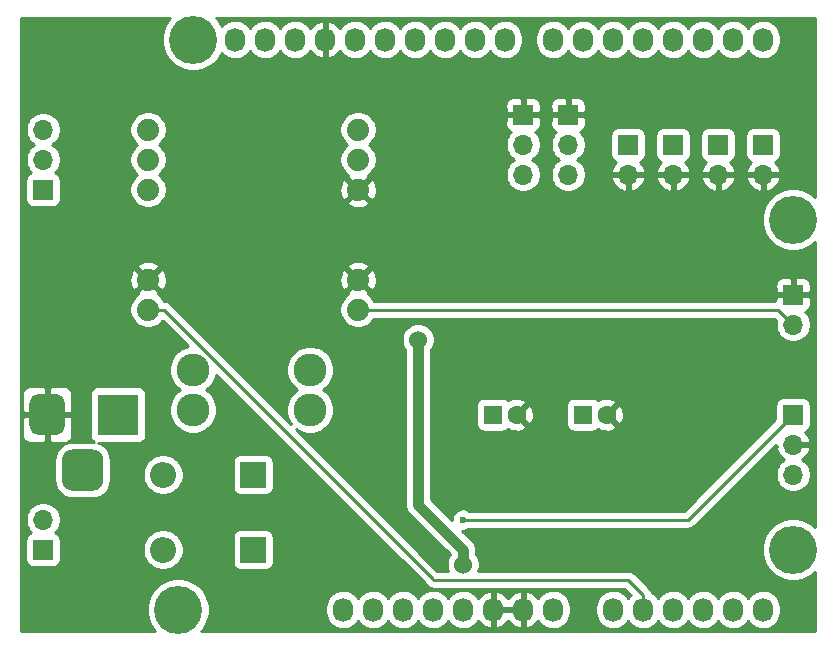
<source format=gbr>
%TF.GenerationSoftware,KiCad,Pcbnew,(5.1.10)-1*%
%TF.CreationDate,2021-10-12T20:12:19-04:00*%
%TF.ProjectId,monkey_arduino_shield,6d6f6e6b-6579-45f6-9172-6475696e6f5f,rev?*%
%TF.SameCoordinates,PX69db1f0PY7882d48*%
%TF.FileFunction,Copper,L2,Bot*%
%TF.FilePolarity,Positive*%
%FSLAX46Y46*%
G04 Gerber Fmt 4.6, Leading zero omitted, Abs format (unit mm)*
G04 Created by KiCad (PCBNEW (5.1.10)-1) date 2021-10-12 20:12:19*
%MOMM*%
%LPD*%
G01*
G04 APERTURE LIST*
%TA.AperFunction,ComponentPad*%
%ADD10R,3.500000X3.500000*%
%TD*%
%TA.AperFunction,ComponentPad*%
%ADD11O,2.200000X2.200000*%
%TD*%
%TA.AperFunction,ComponentPad*%
%ADD12R,2.200000X2.200000*%
%TD*%
%TA.AperFunction,ComponentPad*%
%ADD13C,1.879600*%
%TD*%
%TA.AperFunction,ComponentPad*%
%ADD14O,1.700000X1.700000*%
%TD*%
%TA.AperFunction,ComponentPad*%
%ADD15R,1.700000X1.700000*%
%TD*%
%TA.AperFunction,ComponentPad*%
%ADD16C,2.780000*%
%TD*%
%TA.AperFunction,ComponentPad*%
%ADD17C,1.600000*%
%TD*%
%TA.AperFunction,ComponentPad*%
%ADD18R,1.600000X1.600000*%
%TD*%
%TA.AperFunction,ComponentPad*%
%ADD19O,1.727200X2.032000*%
%TD*%
%TA.AperFunction,ComponentPad*%
%ADD20C,4.064000*%
%TD*%
%TA.AperFunction,ViaPad*%
%ADD21C,1.524000*%
%TD*%
%TA.AperFunction,ViaPad*%
%ADD22C,0.600000*%
%TD*%
%TA.AperFunction,Conductor*%
%ADD23C,0.889000*%
%TD*%
%TA.AperFunction,Conductor*%
%ADD24C,0.254000*%
%TD*%
%TA.AperFunction,Conductor*%
%ADD25C,0.100000*%
%TD*%
G04 APERTURE END LIST*
%TO.P,J2,3*%
%TO.N,N/C*%
%TA.AperFunction,ComponentPad*%
G36*
G01*
X4140000Y13475000D02*
X4140000Y15225000D01*
G75*
G02*
X5015000Y16100000I875000J0D01*
G01*
X6765000Y16100000D01*
G75*
G02*
X7640000Y15225000I0J-875000D01*
G01*
X7640000Y13475000D01*
G75*
G02*
X6765000Y12600000I-875000J0D01*
G01*
X5015000Y12600000D01*
G75*
G02*
X4140000Y13475000I0J875000D01*
G01*
G37*
%TD.AperFunction*%
%TO.P,J2,2*%
%TO.N,GND*%
%TA.AperFunction,ComponentPad*%
G36*
G01*
X1390000Y18050000D02*
X1390000Y20050000D01*
G75*
G02*
X2140000Y20800000I750000J0D01*
G01*
X3640000Y20800000D01*
G75*
G02*
X4390000Y20050000I0J-750000D01*
G01*
X4390000Y18050000D01*
G75*
G02*
X3640000Y17300000I-750000J0D01*
G01*
X2140000Y17300000D01*
G75*
G02*
X1390000Y18050000I0J750000D01*
G01*
G37*
%TD.AperFunction*%
D10*
%TO.P,J2,1*%
%TO.N,Net-(J2-Pad1)*%
X8890000Y19050000D03*
%TD*%
D11*
%TO.P,FB1,2*%
%TO.N,Net-(D1-Pad1)*%
X12700000Y13970000D03*
D12*
%TO.P,FB1,1*%
%TO.N,Net-(F1-Pad1)*%
X20320000Y13970000D03*
%TD*%
D11*
%TO.P,D1,2*%
%TO.N,Net-(D1-Pad2)*%
X12700000Y7620000D03*
D12*
%TO.P,D1,1*%
%TO.N,Net-(D1-Pad1)*%
X20320000Y7620000D03*
%TD*%
D13*
%TO.P,U1,1*%
%TO.N,Net-(J1-Pad2)*%
X29210000Y27940000D03*
%TO.P,U1,2*%
%TO.N,GND*%
X29210000Y30480000D03*
%TO.P,U1,4*%
%TO.N,+5V*%
X29210000Y40640000D03*
%TO.P,U1,3*%
%TO.N,GND*%
X29210000Y38100000D03*
%TO.P,U1,5*%
%TO.N,N/C*%
X29210000Y43180000D03*
%TO.P,U1,7*%
%TO.N,GND*%
X11430000Y30480000D03*
%TO.P,U1,6*%
%TO.N,/A1*%
X11430000Y27940000D03*
%TO.P,U1,8*%
%TO.N,Net-(J6-Pad1)*%
X11430000Y38100000D03*
%TO.P,U1,9*%
%TO.N,Net-(J6-Pad2)*%
X11430000Y40640000D03*
%TO.P,U1,10*%
%TO.N,Net-(J6-Pad3)*%
X11430000Y43180000D03*
%TD*%
D14*
%TO.P,J11,2*%
%TO.N,GND*%
X52070000Y39370000D03*
D15*
%TO.P,J11,1*%
%TO.N,/3(\u002A\u002A)*%
X52070000Y41910000D03*
%TD*%
D14*
%TO.P,J10,2*%
%TO.N,GND*%
X55880000Y39370000D03*
D15*
%TO.P,J10,1*%
%TO.N,/2*%
X55880000Y41910000D03*
%TD*%
D14*
%TO.P,J9,2*%
%TO.N,GND*%
X59690000Y39370000D03*
D15*
%TO.P,J9,1*%
%TO.N,/1(Tx)*%
X59690000Y41910000D03*
%TD*%
D14*
%TO.P,J8,2*%
%TO.N,GND*%
X63500000Y39370000D03*
D15*
%TO.P,J8,1*%
%TO.N,/0(Rx)*%
X63500000Y41910000D03*
%TD*%
D14*
%TO.P,J7,2*%
%TO.N,Net-(J2-Pad1)*%
X2540000Y10160000D03*
D15*
%TO.P,J7,1*%
%TO.N,Net-(D1-Pad2)*%
X2540000Y7620000D03*
%TD*%
D14*
%TO.P,J6,3*%
%TO.N,Net-(J6-Pad3)*%
X2540000Y43180000D03*
%TO.P,J6,2*%
%TO.N,Net-(J6-Pad2)*%
X2540000Y40640000D03*
D15*
%TO.P,J6,1*%
%TO.N,Net-(J6-Pad1)*%
X2540000Y38100000D03*
%TD*%
D14*
%TO.P,J5,3*%
%TO.N,/A0*%
X66040000Y13970000D03*
%TO.P,J5,2*%
%TO.N,GND*%
X66040000Y16510000D03*
D15*
%TO.P,J5,1*%
%TO.N,+3V3*%
X66040000Y19050000D03*
%TD*%
D14*
%TO.P,J4,3*%
%TO.N,/Vin*%
X46990000Y39370000D03*
%TO.P,J4,2*%
%TO.N,/5(\u002A\u002A)*%
X46990000Y41910000D03*
D15*
%TO.P,J4,1*%
%TO.N,GND*%
X46990000Y44450000D03*
%TD*%
D14*
%TO.P,J3,3*%
%TO.N,/Vin*%
X43180000Y39370000D03*
%TO.P,J3,2*%
%TO.N,/6(\u002A\u002A)*%
X43180000Y41910000D03*
D15*
%TO.P,J3,1*%
%TO.N,GND*%
X43180000Y44450000D03*
%TD*%
D14*
%TO.P,J1,2*%
%TO.N,Net-(J1-Pad2)*%
X66040000Y26670000D03*
D15*
%TO.P,J1,1*%
%TO.N,GND*%
X66040000Y29210000D03*
%TD*%
D16*
%TO.P,F1,2*%
%TO.N,Net-(C3-Pad1)*%
X25160000Y19460000D03*
X25160000Y22860000D03*
%TO.P,F1,1*%
%TO.N,Net-(F1-Pad1)*%
X15240000Y19460000D03*
X15240000Y22860000D03*
%TD*%
D17*
%TO.P,C4,2*%
%TO.N,GND*%
X50260000Y19050000D03*
D18*
%TO.P,C4,1*%
%TO.N,/Vin*%
X48260000Y19050000D03*
%TD*%
D17*
%TO.P,C3,2*%
%TO.N,GND*%
X42640000Y19050000D03*
D18*
%TO.P,C3,1*%
%TO.N,Net-(C3-Pad1)*%
X40640000Y19050000D03*
%TD*%
D19*
%TO.P,P1,1*%
%TO.N,N/C*%
X27940000Y2540000D03*
%TO.P,P1,2*%
X30480000Y2540000D03*
%TO.P,P1,3*%
X33020000Y2540000D03*
%TO.P,P1,4*%
%TO.N,+3V3*%
X35560000Y2540000D03*
%TO.P,P1,5*%
%TO.N,+5V*%
X38100000Y2540000D03*
%TO.P,P1,6*%
%TO.N,GND*%
X40640000Y2540000D03*
%TO.P,P1,7*%
X43180000Y2540000D03*
%TO.P,P1,8*%
%TO.N,/Vin*%
X45720000Y2540000D03*
%TD*%
%TO.P,P2,1*%
%TO.N,/A0*%
X50800000Y2540000D03*
%TO.P,P2,2*%
%TO.N,/A1*%
X53340000Y2540000D03*
%TO.P,P2,3*%
%TO.N,N/C*%
X55880000Y2540000D03*
%TO.P,P2,4*%
X58420000Y2540000D03*
%TO.P,P2,5*%
X60960000Y2540000D03*
%TO.P,P2,6*%
X63500000Y2540000D03*
%TD*%
%TO.P,P3,1*%
%TO.N,N/C*%
X18796000Y50800000D03*
%TO.P,P3,2*%
X21336000Y50800000D03*
%TO.P,P3,3*%
X23876000Y50800000D03*
%TO.P,P3,4*%
%TO.N,GND*%
X26416000Y50800000D03*
%TO.P,P3,5*%
%TO.N,N/C*%
X28956000Y50800000D03*
%TO.P,P3,6*%
X31496000Y50800000D03*
%TO.P,P3,7*%
X34036000Y50800000D03*
%TO.P,P3,8*%
X36576000Y50800000D03*
%TO.P,P3,9*%
X39116000Y50800000D03*
%TO.P,P3,10*%
X41656000Y50800000D03*
%TD*%
%TO.P,P4,1*%
%TO.N,N/C*%
X45720000Y50800000D03*
%TO.P,P4,2*%
%TO.N,/6(\u002A\u002A)*%
X48260000Y50800000D03*
%TO.P,P4,3*%
%TO.N,/5(\u002A\u002A)*%
X50800000Y50800000D03*
%TO.P,P4,4*%
%TO.N,N/C*%
X53340000Y50800000D03*
%TO.P,P4,5*%
%TO.N,/3(\u002A\u002A)*%
X55880000Y50800000D03*
%TO.P,P4,6*%
%TO.N,/2*%
X58420000Y50800000D03*
%TO.P,P4,7*%
%TO.N,/1(Tx)*%
X60960000Y50800000D03*
%TO.P,P4,8*%
%TO.N,/0(Rx)*%
X63500000Y50800000D03*
%TD*%
D20*
%TO.P,P5,1*%
%TO.N,N/C*%
X13970000Y2540000D03*
%TD*%
%TO.P,P6,1*%
%TO.N,N/C*%
X66040000Y7620000D03*
%TD*%
%TO.P,P7,1*%
%TO.N,N/C*%
X15240000Y50800000D03*
%TD*%
%TO.P,P8,1*%
%TO.N,N/C*%
X66040000Y35560000D03*
%TD*%
D21*
%TO.N,+5V*%
X38100000Y6350000D03*
X34290000Y25400000D03*
D22*
%TO.N,+3V3*%
X38100000Y10160000D03*
%TD*%
D23*
%TO.N,+5V*%
X38100000Y6350000D02*
X38100000Y7620000D01*
X38100000Y7620000D02*
X34290000Y11430000D01*
X34290000Y11430000D02*
X34290000Y25400000D01*
X34290000Y25400000D02*
X34290000Y25400000D01*
D24*
%TO.N,/A1*%
X12759077Y27940000D02*
X11430000Y27940000D01*
X52070000Y5080000D02*
X35560000Y5080000D01*
X53340000Y3810000D02*
X52070000Y5080000D01*
X53340000Y2540000D02*
X53340000Y3810000D01*
X35560000Y5139077D02*
X12759077Y27940000D01*
%TO.N,+3V3*%
X57150000Y10160000D02*
X66040000Y19050000D01*
X38100000Y10160000D02*
X57150000Y10160000D01*
%TO.N,Net-(J1-Pad2)*%
X64770000Y27940000D02*
X66040000Y26670000D01*
X29210000Y27940000D02*
X64770000Y27940000D01*
%TD*%
%TO.N,GND*%
X13168406Y52500113D02*
X12876536Y52063298D01*
X12675492Y51577935D01*
X12573000Y51062677D01*
X12573000Y50537323D01*
X12675492Y50022065D01*
X12876536Y49536702D01*
X13168406Y49099887D01*
X13539887Y48728406D01*
X13976702Y48436536D01*
X14462065Y48235492D01*
X14977323Y48133000D01*
X15502677Y48133000D01*
X16017935Y48235492D01*
X16503298Y48436536D01*
X16940113Y48728406D01*
X17311594Y49099887D01*
X17603464Y49536702D01*
X17659001Y49670781D01*
X17731203Y49582803D01*
X17959395Y49395531D01*
X18219737Y49256375D01*
X18502224Y49170684D01*
X18796000Y49141749D01*
X19089777Y49170684D01*
X19372264Y49256375D01*
X19632606Y49395531D01*
X19860797Y49582803D01*
X20048069Y49810994D01*
X20066000Y49844541D01*
X20083931Y49810994D01*
X20271203Y49582803D01*
X20499395Y49395531D01*
X20759737Y49256375D01*
X21042224Y49170684D01*
X21336000Y49141749D01*
X21629777Y49170684D01*
X21912264Y49256375D01*
X22172606Y49395531D01*
X22400797Y49582803D01*
X22588069Y49810994D01*
X22606000Y49844541D01*
X22623931Y49810994D01*
X22811203Y49582803D01*
X23039395Y49395531D01*
X23299737Y49256375D01*
X23582224Y49170684D01*
X23876000Y49141749D01*
X24169777Y49170684D01*
X24452264Y49256375D01*
X24712606Y49395531D01*
X24940797Y49582803D01*
X25128069Y49810994D01*
X25149424Y49850947D01*
X25297514Y49648271D01*
X25513965Y49449267D01*
X25765081Y49296314D01*
X26041211Y49195291D01*
X26056974Y49192642D01*
X26289000Y49313783D01*
X26289000Y50673000D01*
X26269000Y50673000D01*
X26269000Y50927000D01*
X26289000Y50927000D01*
X26289000Y52286217D01*
X26543000Y52286217D01*
X26543000Y50927000D01*
X26563000Y50927000D01*
X26563000Y50673000D01*
X26543000Y50673000D01*
X26543000Y49313783D01*
X26775026Y49192642D01*
X26790789Y49195291D01*
X27066919Y49296314D01*
X27318035Y49449267D01*
X27534486Y49648271D01*
X27682576Y49850947D01*
X27703931Y49810994D01*
X27891203Y49582803D01*
X28119395Y49395531D01*
X28379737Y49256375D01*
X28662224Y49170684D01*
X28956000Y49141749D01*
X29249777Y49170684D01*
X29532264Y49256375D01*
X29792606Y49395531D01*
X30020797Y49582803D01*
X30208069Y49810994D01*
X30226000Y49844541D01*
X30243931Y49810994D01*
X30431203Y49582803D01*
X30659395Y49395531D01*
X30919737Y49256375D01*
X31202224Y49170684D01*
X31496000Y49141749D01*
X31789777Y49170684D01*
X32072264Y49256375D01*
X32332606Y49395531D01*
X32560797Y49582803D01*
X32748069Y49810994D01*
X32766000Y49844541D01*
X32783931Y49810994D01*
X32971203Y49582803D01*
X33199395Y49395531D01*
X33459737Y49256375D01*
X33742224Y49170684D01*
X34036000Y49141749D01*
X34329777Y49170684D01*
X34612264Y49256375D01*
X34872606Y49395531D01*
X35100797Y49582803D01*
X35288069Y49810994D01*
X35306000Y49844541D01*
X35323931Y49810994D01*
X35511203Y49582803D01*
X35739395Y49395531D01*
X35999737Y49256375D01*
X36282224Y49170684D01*
X36576000Y49141749D01*
X36869777Y49170684D01*
X37152264Y49256375D01*
X37412606Y49395531D01*
X37640797Y49582803D01*
X37828069Y49810994D01*
X37846000Y49844541D01*
X37863931Y49810994D01*
X38051203Y49582803D01*
X38279395Y49395531D01*
X38539737Y49256375D01*
X38822224Y49170684D01*
X39116000Y49141749D01*
X39409777Y49170684D01*
X39692264Y49256375D01*
X39952606Y49395531D01*
X40180797Y49582803D01*
X40368069Y49810994D01*
X40386000Y49844541D01*
X40403931Y49810994D01*
X40591203Y49582803D01*
X40819395Y49395531D01*
X41079737Y49256375D01*
X41362224Y49170684D01*
X41656000Y49141749D01*
X41949777Y49170684D01*
X42232264Y49256375D01*
X42492606Y49395531D01*
X42720797Y49582803D01*
X42908069Y49810994D01*
X43047225Y50071337D01*
X43132916Y50353824D01*
X43154600Y50573982D01*
X43154600Y51026018D01*
X44221400Y51026018D01*
X44221400Y50573981D01*
X44243084Y50353823D01*
X44328775Y50071336D01*
X44467931Y49810994D01*
X44655203Y49582803D01*
X44883395Y49395531D01*
X45143737Y49256375D01*
X45426224Y49170684D01*
X45720000Y49141749D01*
X46013777Y49170684D01*
X46296264Y49256375D01*
X46556606Y49395531D01*
X46784797Y49582803D01*
X46972069Y49810994D01*
X46990000Y49844541D01*
X47007931Y49810994D01*
X47195203Y49582803D01*
X47423395Y49395531D01*
X47683737Y49256375D01*
X47966224Y49170684D01*
X48260000Y49141749D01*
X48553777Y49170684D01*
X48836264Y49256375D01*
X49096606Y49395531D01*
X49324797Y49582803D01*
X49512069Y49810994D01*
X49530000Y49844541D01*
X49547931Y49810994D01*
X49735203Y49582803D01*
X49963395Y49395531D01*
X50223737Y49256375D01*
X50506224Y49170684D01*
X50800000Y49141749D01*
X51093777Y49170684D01*
X51376264Y49256375D01*
X51636606Y49395531D01*
X51864797Y49582803D01*
X52052069Y49810994D01*
X52070000Y49844541D01*
X52087931Y49810994D01*
X52275203Y49582803D01*
X52503395Y49395531D01*
X52763737Y49256375D01*
X53046224Y49170684D01*
X53340000Y49141749D01*
X53633777Y49170684D01*
X53916264Y49256375D01*
X54176606Y49395531D01*
X54404797Y49582803D01*
X54592069Y49810994D01*
X54610000Y49844541D01*
X54627931Y49810994D01*
X54815203Y49582803D01*
X55043395Y49395531D01*
X55303737Y49256375D01*
X55586224Y49170684D01*
X55880000Y49141749D01*
X56173777Y49170684D01*
X56456264Y49256375D01*
X56716606Y49395531D01*
X56944797Y49582803D01*
X57132069Y49810994D01*
X57150000Y49844541D01*
X57167931Y49810994D01*
X57355203Y49582803D01*
X57583395Y49395531D01*
X57843737Y49256375D01*
X58126224Y49170684D01*
X58420000Y49141749D01*
X58713777Y49170684D01*
X58996264Y49256375D01*
X59256606Y49395531D01*
X59484797Y49582803D01*
X59672069Y49810994D01*
X59690000Y49844541D01*
X59707931Y49810994D01*
X59895203Y49582803D01*
X60123395Y49395531D01*
X60383737Y49256375D01*
X60666224Y49170684D01*
X60960000Y49141749D01*
X61253777Y49170684D01*
X61536264Y49256375D01*
X61796606Y49395531D01*
X62024797Y49582803D01*
X62212069Y49810994D01*
X62230000Y49844541D01*
X62247931Y49810994D01*
X62435203Y49582803D01*
X62663395Y49395531D01*
X62923737Y49256375D01*
X63206224Y49170684D01*
X63500000Y49141749D01*
X63793777Y49170684D01*
X64076264Y49256375D01*
X64336606Y49395531D01*
X64564797Y49582803D01*
X64752069Y49810994D01*
X64891225Y50071337D01*
X64976916Y50353824D01*
X64998600Y50573982D01*
X64998600Y51026019D01*
X64976916Y51246177D01*
X64891225Y51528664D01*
X64752069Y51789006D01*
X64564797Y52017197D01*
X64336605Y52204469D01*
X64076263Y52343625D01*
X63793776Y52429316D01*
X63500000Y52458251D01*
X63206223Y52429316D01*
X62923736Y52343625D01*
X62663394Y52204469D01*
X62435203Y52017197D01*
X62247931Y51789005D01*
X62230000Y51755459D01*
X62212069Y51789006D01*
X62024797Y52017197D01*
X61796605Y52204469D01*
X61536263Y52343625D01*
X61253776Y52429316D01*
X60960000Y52458251D01*
X60666223Y52429316D01*
X60383736Y52343625D01*
X60123394Y52204469D01*
X59895203Y52017197D01*
X59707931Y51789005D01*
X59690000Y51755459D01*
X59672069Y51789006D01*
X59484797Y52017197D01*
X59256605Y52204469D01*
X58996263Y52343625D01*
X58713776Y52429316D01*
X58420000Y52458251D01*
X58126223Y52429316D01*
X57843736Y52343625D01*
X57583394Y52204469D01*
X57355203Y52017197D01*
X57167931Y51789005D01*
X57150000Y51755459D01*
X57132069Y51789006D01*
X56944797Y52017197D01*
X56716605Y52204469D01*
X56456263Y52343625D01*
X56173776Y52429316D01*
X55880000Y52458251D01*
X55586223Y52429316D01*
X55303736Y52343625D01*
X55043394Y52204469D01*
X54815203Y52017197D01*
X54627931Y51789005D01*
X54610000Y51755459D01*
X54592069Y51789006D01*
X54404797Y52017197D01*
X54176605Y52204469D01*
X53916263Y52343625D01*
X53633776Y52429316D01*
X53340000Y52458251D01*
X53046223Y52429316D01*
X52763736Y52343625D01*
X52503394Y52204469D01*
X52275203Y52017197D01*
X52087931Y51789005D01*
X52070000Y51755459D01*
X52052069Y51789006D01*
X51864797Y52017197D01*
X51636605Y52204469D01*
X51376263Y52343625D01*
X51093776Y52429316D01*
X50800000Y52458251D01*
X50506223Y52429316D01*
X50223736Y52343625D01*
X49963394Y52204469D01*
X49735203Y52017197D01*
X49547931Y51789005D01*
X49530000Y51755459D01*
X49512069Y51789006D01*
X49324797Y52017197D01*
X49096605Y52204469D01*
X48836263Y52343625D01*
X48553776Y52429316D01*
X48260000Y52458251D01*
X47966223Y52429316D01*
X47683736Y52343625D01*
X47423394Y52204469D01*
X47195203Y52017197D01*
X47007931Y51789005D01*
X46990000Y51755459D01*
X46972069Y51789006D01*
X46784797Y52017197D01*
X46556605Y52204469D01*
X46296263Y52343625D01*
X46013776Y52429316D01*
X45720000Y52458251D01*
X45426223Y52429316D01*
X45143736Y52343625D01*
X44883394Y52204469D01*
X44655203Y52017197D01*
X44467931Y51789005D01*
X44328775Y51528663D01*
X44243084Y51246176D01*
X44221400Y51026018D01*
X43154600Y51026018D01*
X43154600Y51026019D01*
X43132916Y51246177D01*
X43047225Y51528664D01*
X42908069Y51789006D01*
X42720797Y52017197D01*
X42492605Y52204469D01*
X42232263Y52343625D01*
X41949776Y52429316D01*
X41656000Y52458251D01*
X41362223Y52429316D01*
X41079736Y52343625D01*
X40819394Y52204469D01*
X40591203Y52017197D01*
X40403931Y51789005D01*
X40386000Y51755459D01*
X40368069Y51789006D01*
X40180797Y52017197D01*
X39952605Y52204469D01*
X39692263Y52343625D01*
X39409776Y52429316D01*
X39116000Y52458251D01*
X38822223Y52429316D01*
X38539736Y52343625D01*
X38279394Y52204469D01*
X38051203Y52017197D01*
X37863931Y51789005D01*
X37846000Y51755459D01*
X37828069Y51789006D01*
X37640797Y52017197D01*
X37412605Y52204469D01*
X37152263Y52343625D01*
X36869776Y52429316D01*
X36576000Y52458251D01*
X36282223Y52429316D01*
X35999736Y52343625D01*
X35739394Y52204469D01*
X35511203Y52017197D01*
X35323931Y51789005D01*
X35306000Y51755459D01*
X35288069Y51789006D01*
X35100797Y52017197D01*
X34872605Y52204469D01*
X34612263Y52343625D01*
X34329776Y52429316D01*
X34036000Y52458251D01*
X33742223Y52429316D01*
X33459736Y52343625D01*
X33199394Y52204469D01*
X32971203Y52017197D01*
X32783931Y51789005D01*
X32766000Y51755459D01*
X32748069Y51789006D01*
X32560797Y52017197D01*
X32332605Y52204469D01*
X32072263Y52343625D01*
X31789776Y52429316D01*
X31496000Y52458251D01*
X31202223Y52429316D01*
X30919736Y52343625D01*
X30659394Y52204469D01*
X30431203Y52017197D01*
X30243931Y51789005D01*
X30226000Y51755459D01*
X30208069Y51789006D01*
X30020797Y52017197D01*
X29792605Y52204469D01*
X29532263Y52343625D01*
X29249776Y52429316D01*
X28956000Y52458251D01*
X28662223Y52429316D01*
X28379736Y52343625D01*
X28119394Y52204469D01*
X27891203Y52017197D01*
X27703931Y51789005D01*
X27682576Y51749053D01*
X27534486Y51951729D01*
X27318035Y52150733D01*
X27066919Y52303686D01*
X26790789Y52404709D01*
X26775026Y52407358D01*
X26543000Y52286217D01*
X26289000Y52286217D01*
X26056974Y52407358D01*
X26041211Y52404709D01*
X25765081Y52303686D01*
X25513965Y52150733D01*
X25297514Y51951729D01*
X25149424Y51749053D01*
X25128069Y51789006D01*
X24940797Y52017197D01*
X24712605Y52204469D01*
X24452263Y52343625D01*
X24169776Y52429316D01*
X23876000Y52458251D01*
X23582223Y52429316D01*
X23299736Y52343625D01*
X23039394Y52204469D01*
X22811203Y52017197D01*
X22623931Y51789005D01*
X22606000Y51755459D01*
X22588069Y51789006D01*
X22400797Y52017197D01*
X22172605Y52204469D01*
X21912263Y52343625D01*
X21629776Y52429316D01*
X21336000Y52458251D01*
X21042223Y52429316D01*
X20759736Y52343625D01*
X20499394Y52204469D01*
X20271203Y52017197D01*
X20083931Y51789005D01*
X20066000Y51755459D01*
X20048069Y51789006D01*
X19860797Y52017197D01*
X19632605Y52204469D01*
X19372263Y52343625D01*
X19089776Y52429316D01*
X18796000Y52458251D01*
X18502223Y52429316D01*
X18219736Y52343625D01*
X17959394Y52204469D01*
X17731203Y52017197D01*
X17659001Y51929219D01*
X17603464Y52063298D01*
X17311594Y52500113D01*
X17181707Y52630000D01*
X67870001Y52630000D01*
X67870000Y40351124D01*
X67870001Y40351114D01*
X67870000Y37811124D01*
X67870001Y37811114D01*
X67870001Y37501706D01*
X67740113Y37631594D01*
X67303298Y37923464D01*
X66817935Y38124508D01*
X66302677Y38227000D01*
X65777323Y38227000D01*
X65262065Y38124508D01*
X64776702Y37923464D01*
X64339887Y37631594D01*
X63968406Y37260113D01*
X63676536Y36823298D01*
X63475492Y36337935D01*
X63373000Y35822677D01*
X63373000Y35297323D01*
X63475492Y34782065D01*
X63676536Y34296702D01*
X63968406Y33859887D01*
X64339887Y33488406D01*
X64776702Y33196536D01*
X65262065Y32995492D01*
X65777323Y32893000D01*
X66302677Y32893000D01*
X66817935Y32995492D01*
X67303298Y33196536D01*
X67740113Y33488406D01*
X67870001Y33618294D01*
X67870000Y9561707D01*
X67740113Y9691594D01*
X67303298Y9983464D01*
X66817935Y10184508D01*
X66302677Y10287000D01*
X65777323Y10287000D01*
X65262065Y10184508D01*
X64776702Y9983464D01*
X64339887Y9691594D01*
X63968406Y9320113D01*
X63676536Y8883298D01*
X63475492Y8397935D01*
X63373000Y7882677D01*
X63373000Y7357323D01*
X63475492Y6842065D01*
X63676536Y6356702D01*
X63968406Y5919887D01*
X64339887Y5548406D01*
X64776702Y5256536D01*
X65262065Y5055492D01*
X65777323Y4953000D01*
X66302677Y4953000D01*
X66817935Y5055492D01*
X67303298Y5256536D01*
X67740113Y5548406D01*
X67870000Y5678293D01*
X67870000Y5045124D01*
X67870001Y5045114D01*
X67870000Y710000D01*
X15911707Y710000D01*
X16041594Y839887D01*
X16333464Y1276702D01*
X16534508Y1762065D01*
X16637000Y2277323D01*
X16637000Y2766018D01*
X26441400Y2766018D01*
X26441400Y2313981D01*
X26463084Y2093823D01*
X26548775Y1811336D01*
X26687931Y1550994D01*
X26875203Y1322803D01*
X27103395Y1135531D01*
X27363737Y996375D01*
X27646224Y910684D01*
X27940000Y881749D01*
X28233777Y910684D01*
X28516264Y996375D01*
X28776606Y1135531D01*
X29004797Y1322803D01*
X29192069Y1550994D01*
X29210000Y1584541D01*
X29227931Y1550994D01*
X29415203Y1322803D01*
X29643395Y1135531D01*
X29903737Y996375D01*
X30186224Y910684D01*
X30480000Y881749D01*
X30773777Y910684D01*
X31056264Y996375D01*
X31316606Y1135531D01*
X31544797Y1322803D01*
X31732069Y1550994D01*
X31750000Y1584541D01*
X31767931Y1550994D01*
X31955203Y1322803D01*
X32183395Y1135531D01*
X32443737Y996375D01*
X32726224Y910684D01*
X33020000Y881749D01*
X33313777Y910684D01*
X33596264Y996375D01*
X33856606Y1135531D01*
X34084797Y1322803D01*
X34272069Y1550994D01*
X34290000Y1584541D01*
X34307931Y1550994D01*
X34495203Y1322803D01*
X34723395Y1135531D01*
X34983737Y996375D01*
X35266224Y910684D01*
X35560000Y881749D01*
X35853777Y910684D01*
X36136264Y996375D01*
X36396606Y1135531D01*
X36624797Y1322803D01*
X36812069Y1550994D01*
X36830000Y1584541D01*
X36847931Y1550994D01*
X37035203Y1322803D01*
X37263395Y1135531D01*
X37523737Y996375D01*
X37806224Y910684D01*
X38100000Y881749D01*
X38393777Y910684D01*
X38676264Y996375D01*
X38936606Y1135531D01*
X39164797Y1322803D01*
X39352069Y1550994D01*
X39373424Y1590947D01*
X39521514Y1388271D01*
X39737965Y1189267D01*
X39989081Y1036314D01*
X40265211Y935291D01*
X40280974Y932642D01*
X40513000Y1053783D01*
X40513000Y2413000D01*
X40767000Y2413000D01*
X40767000Y1053783D01*
X40999026Y932642D01*
X41014789Y935291D01*
X41290919Y1036314D01*
X41542035Y1189267D01*
X41758486Y1388271D01*
X41910000Y1595633D01*
X42061514Y1388271D01*
X42277965Y1189267D01*
X42529081Y1036314D01*
X42805211Y935291D01*
X42820974Y932642D01*
X43053000Y1053783D01*
X43053000Y2413000D01*
X40767000Y2413000D01*
X40513000Y2413000D01*
X40493000Y2413000D01*
X40493000Y2667000D01*
X40513000Y2667000D01*
X40513000Y4026217D01*
X40767000Y4026217D01*
X40767000Y2667000D01*
X43053000Y2667000D01*
X43053000Y4026217D01*
X43307000Y4026217D01*
X43307000Y2667000D01*
X43327000Y2667000D01*
X43327000Y2413000D01*
X43307000Y2413000D01*
X43307000Y1053783D01*
X43539026Y932642D01*
X43554789Y935291D01*
X43830919Y1036314D01*
X44082035Y1189267D01*
X44298486Y1388271D01*
X44446576Y1590947D01*
X44467931Y1550994D01*
X44655203Y1322803D01*
X44883395Y1135531D01*
X45143737Y996375D01*
X45426224Y910684D01*
X45720000Y881749D01*
X46013777Y910684D01*
X46296264Y996375D01*
X46556606Y1135531D01*
X46784797Y1322803D01*
X46972069Y1550994D01*
X47111225Y1811337D01*
X47196916Y2093824D01*
X47218600Y2313982D01*
X47218600Y2766019D01*
X47196916Y2986177D01*
X47111225Y3268664D01*
X46972069Y3529006D01*
X46784797Y3757197D01*
X46556605Y3944469D01*
X46296263Y4083625D01*
X46013776Y4169316D01*
X45720000Y4198251D01*
X45426223Y4169316D01*
X45143736Y4083625D01*
X44883394Y3944469D01*
X44655203Y3757197D01*
X44467931Y3529005D01*
X44446576Y3489053D01*
X44298486Y3691729D01*
X44082035Y3890733D01*
X43830919Y4043686D01*
X43554789Y4144709D01*
X43539026Y4147358D01*
X43307000Y4026217D01*
X43053000Y4026217D01*
X42820974Y4147358D01*
X42805211Y4144709D01*
X42529081Y4043686D01*
X42277965Y3890733D01*
X42061514Y3691729D01*
X41910000Y3484367D01*
X41758486Y3691729D01*
X41542035Y3890733D01*
X41290919Y4043686D01*
X41014789Y4144709D01*
X40999026Y4147358D01*
X40767000Y4026217D01*
X40513000Y4026217D01*
X40280974Y4147358D01*
X40265211Y4144709D01*
X39989081Y4043686D01*
X39737965Y3890733D01*
X39521514Y3691729D01*
X39373424Y3489053D01*
X39352069Y3529006D01*
X39164797Y3757197D01*
X38936605Y3944469D01*
X38676263Y4083625D01*
X38393776Y4169316D01*
X38100000Y4198251D01*
X37806223Y4169316D01*
X37523736Y4083625D01*
X37263394Y3944469D01*
X37035203Y3757197D01*
X36847931Y3529005D01*
X36830000Y3495459D01*
X36812069Y3529006D01*
X36624797Y3757197D01*
X36396605Y3944469D01*
X36136263Y4083625D01*
X35853776Y4169316D01*
X35560000Y4198251D01*
X35266223Y4169316D01*
X34983736Y4083625D01*
X34723394Y3944469D01*
X34495203Y3757197D01*
X34307931Y3529005D01*
X34290000Y3495459D01*
X34272069Y3529006D01*
X34084797Y3757197D01*
X33856605Y3944469D01*
X33596263Y4083625D01*
X33313776Y4169316D01*
X33020000Y4198251D01*
X32726223Y4169316D01*
X32443736Y4083625D01*
X32183394Y3944469D01*
X31955203Y3757197D01*
X31767931Y3529005D01*
X31750000Y3495459D01*
X31732069Y3529006D01*
X31544797Y3757197D01*
X31316605Y3944469D01*
X31056263Y4083625D01*
X30773776Y4169316D01*
X30480000Y4198251D01*
X30186223Y4169316D01*
X29903736Y4083625D01*
X29643394Y3944469D01*
X29415203Y3757197D01*
X29227931Y3529005D01*
X29210000Y3495459D01*
X29192069Y3529006D01*
X29004797Y3757197D01*
X28776605Y3944469D01*
X28516263Y4083625D01*
X28233776Y4169316D01*
X27940000Y4198251D01*
X27646223Y4169316D01*
X27363736Y4083625D01*
X27103394Y3944469D01*
X26875203Y3757197D01*
X26687931Y3529005D01*
X26548775Y3268663D01*
X26463084Y2986176D01*
X26441400Y2766018D01*
X16637000Y2766018D01*
X16637000Y2802677D01*
X16534508Y3317935D01*
X16333464Y3803298D01*
X16041594Y4240113D01*
X15670113Y4611594D01*
X15233298Y4903464D01*
X14747935Y5104508D01*
X14232677Y5207000D01*
X13707323Y5207000D01*
X13192065Y5104508D01*
X12706702Y4903464D01*
X12269887Y4611594D01*
X11898406Y4240113D01*
X11606536Y3803298D01*
X11405492Y3317935D01*
X11303000Y2802677D01*
X11303000Y2277323D01*
X11405492Y1762065D01*
X11606536Y1276702D01*
X11898406Y839887D01*
X12028293Y710000D01*
X710000Y710000D01*
X710000Y8470000D01*
X1051928Y8470000D01*
X1051928Y6770000D01*
X1064188Y6645518D01*
X1100498Y6525820D01*
X1159463Y6415506D01*
X1238815Y6318815D01*
X1335506Y6239463D01*
X1445820Y6180498D01*
X1565518Y6144188D01*
X1690000Y6131928D01*
X3390000Y6131928D01*
X3514482Y6144188D01*
X3634180Y6180498D01*
X3744494Y6239463D01*
X3841185Y6318815D01*
X3920537Y6415506D01*
X3979502Y6525820D01*
X4015812Y6645518D01*
X4028072Y6770000D01*
X4028072Y7790883D01*
X10965000Y7790883D01*
X10965000Y7449117D01*
X11031675Y7113919D01*
X11162463Y6798169D01*
X11352337Y6514002D01*
X11594002Y6272337D01*
X11878169Y6082463D01*
X12193919Y5951675D01*
X12529117Y5885000D01*
X12870883Y5885000D01*
X13206081Y5951675D01*
X13521831Y6082463D01*
X13805998Y6272337D01*
X14047663Y6514002D01*
X14237537Y6798169D01*
X14368325Y7113919D01*
X14435000Y7449117D01*
X14435000Y7790883D01*
X14368325Y8126081D01*
X14237537Y8441831D01*
X14051671Y8720000D01*
X18581928Y8720000D01*
X18581928Y6520000D01*
X18594188Y6395518D01*
X18630498Y6275820D01*
X18689463Y6165506D01*
X18768815Y6068815D01*
X18865506Y5989463D01*
X18975820Y5930498D01*
X19095518Y5894188D01*
X19220000Y5881928D01*
X21420000Y5881928D01*
X21544482Y5894188D01*
X21664180Y5930498D01*
X21774494Y5989463D01*
X21871185Y6068815D01*
X21950537Y6165506D01*
X22009502Y6275820D01*
X22045812Y6395518D01*
X22058072Y6520000D01*
X22058072Y8720000D01*
X22045812Y8844482D01*
X22009502Y8964180D01*
X21950537Y9074494D01*
X21871185Y9171185D01*
X21774494Y9250537D01*
X21664180Y9309502D01*
X21544482Y9345812D01*
X21420000Y9358072D01*
X19220000Y9358072D01*
X19095518Y9345812D01*
X18975820Y9309502D01*
X18865506Y9250537D01*
X18768815Y9171185D01*
X18689463Y9074494D01*
X18630498Y8964180D01*
X18594188Y8844482D01*
X18581928Y8720000D01*
X14051671Y8720000D01*
X14047663Y8725998D01*
X13805998Y8967663D01*
X13521831Y9157537D01*
X13206081Y9288325D01*
X12870883Y9355000D01*
X12529117Y9355000D01*
X12193919Y9288325D01*
X11878169Y9157537D01*
X11594002Y8967663D01*
X11352337Y8725998D01*
X11162463Y8441831D01*
X11031675Y8126081D01*
X10965000Y7790883D01*
X4028072Y7790883D01*
X4028072Y8470000D01*
X4015812Y8594482D01*
X3979502Y8714180D01*
X3920537Y8824494D01*
X3841185Y8921185D01*
X3744494Y9000537D01*
X3634180Y9059502D01*
X3561620Y9081513D01*
X3693475Y9213368D01*
X3855990Y9456589D01*
X3967932Y9726842D01*
X4025000Y10013740D01*
X4025000Y10306260D01*
X3967932Y10593158D01*
X3855990Y10863411D01*
X3693475Y11106632D01*
X3486632Y11313475D01*
X3243411Y11475990D01*
X2973158Y11587932D01*
X2686260Y11645000D01*
X2393740Y11645000D01*
X2106842Y11587932D01*
X1836589Y11475990D01*
X1593368Y11313475D01*
X1386525Y11106632D01*
X1224010Y10863411D01*
X1112068Y10593158D01*
X1055000Y10306260D01*
X1055000Y10013740D01*
X1112068Y9726842D01*
X1224010Y9456589D01*
X1386525Y9213368D01*
X1518380Y9081513D01*
X1445820Y9059502D01*
X1335506Y9000537D01*
X1238815Y8921185D01*
X1159463Y8824494D01*
X1100498Y8714180D01*
X1064188Y8594482D01*
X1051928Y8470000D01*
X710000Y8470000D01*
X710000Y15225000D01*
X3501928Y15225000D01*
X3501928Y13475000D01*
X3531001Y13179814D01*
X3617104Y12895972D01*
X3756927Y12634382D01*
X3945097Y12405097D01*
X4174382Y12216927D01*
X4435972Y12077104D01*
X4719814Y11991001D01*
X5015000Y11961928D01*
X6765000Y11961928D01*
X7060186Y11991001D01*
X7344028Y12077104D01*
X7605618Y12216927D01*
X7834903Y12405097D01*
X8023073Y12634382D01*
X8162896Y12895972D01*
X8248999Y13179814D01*
X8278072Y13475000D01*
X8278072Y14140883D01*
X10965000Y14140883D01*
X10965000Y13799117D01*
X11031675Y13463919D01*
X11162463Y13148169D01*
X11352337Y12864002D01*
X11594002Y12622337D01*
X11878169Y12432463D01*
X12193919Y12301675D01*
X12529117Y12235000D01*
X12870883Y12235000D01*
X13206081Y12301675D01*
X13521831Y12432463D01*
X13805998Y12622337D01*
X14047663Y12864002D01*
X14237537Y13148169D01*
X14368325Y13463919D01*
X14435000Y13799117D01*
X14435000Y14140883D01*
X14368325Y14476081D01*
X14237537Y14791831D01*
X14051671Y15070000D01*
X18581928Y15070000D01*
X18581928Y12870000D01*
X18594188Y12745518D01*
X18630498Y12625820D01*
X18689463Y12515506D01*
X18768815Y12418815D01*
X18865506Y12339463D01*
X18975820Y12280498D01*
X19095518Y12244188D01*
X19220000Y12231928D01*
X21420000Y12231928D01*
X21544482Y12244188D01*
X21664180Y12280498D01*
X21774494Y12339463D01*
X21871185Y12418815D01*
X21950537Y12515506D01*
X22009502Y12625820D01*
X22045812Y12745518D01*
X22058072Y12870000D01*
X22058072Y15070000D01*
X22045812Y15194482D01*
X22009502Y15314180D01*
X21950537Y15424494D01*
X21871185Y15521185D01*
X21774494Y15600537D01*
X21664180Y15659502D01*
X21544482Y15695812D01*
X21420000Y15708072D01*
X19220000Y15708072D01*
X19095518Y15695812D01*
X18975820Y15659502D01*
X18865506Y15600537D01*
X18768815Y15521185D01*
X18689463Y15424494D01*
X18630498Y15314180D01*
X18594188Y15194482D01*
X18581928Y15070000D01*
X14051671Y15070000D01*
X14047663Y15075998D01*
X13805998Y15317663D01*
X13521831Y15507537D01*
X13206081Y15638325D01*
X12870883Y15705000D01*
X12529117Y15705000D01*
X12193919Y15638325D01*
X11878169Y15507537D01*
X11594002Y15317663D01*
X11352337Y15075998D01*
X11162463Y14791831D01*
X11031675Y14476081D01*
X10965000Y14140883D01*
X8278072Y14140883D01*
X8278072Y15225000D01*
X8248999Y15520186D01*
X8162896Y15804028D01*
X8023073Y16065618D01*
X7834903Y16294903D01*
X7605618Y16483073D01*
X7344028Y16622896D01*
X7215357Y16661928D01*
X10640000Y16661928D01*
X10764482Y16674188D01*
X10884180Y16710498D01*
X10994494Y16769463D01*
X11091185Y16848815D01*
X11170537Y16945506D01*
X11229502Y17055820D01*
X11265812Y17175518D01*
X11278072Y17300000D01*
X11278072Y20800000D01*
X11265812Y20924482D01*
X11229502Y21044180D01*
X11170537Y21154494D01*
X11091185Y21251185D01*
X10994494Y21330537D01*
X10884180Y21389502D01*
X10764482Y21425812D01*
X10640000Y21438072D01*
X7140000Y21438072D01*
X7015518Y21425812D01*
X6895820Y21389502D01*
X6785506Y21330537D01*
X6688815Y21251185D01*
X6609463Y21154494D01*
X6550498Y21044180D01*
X6514188Y20924482D01*
X6501928Y20800000D01*
X6501928Y17300000D01*
X6514188Y17175518D01*
X6550498Y17055820D01*
X6609463Y16945506D01*
X6688815Y16848815D01*
X6785506Y16769463D01*
X6862131Y16728506D01*
X6765000Y16738072D01*
X5015000Y16738072D01*
X4719814Y16708999D01*
X4435972Y16622896D01*
X4174382Y16483073D01*
X3945097Y16294903D01*
X3756927Y16065618D01*
X3617104Y15804028D01*
X3531001Y15520186D01*
X3501928Y15225000D01*
X710000Y15225000D01*
X710000Y17300000D01*
X751928Y17300000D01*
X764188Y17175518D01*
X800498Y17055820D01*
X859463Y16945506D01*
X938815Y16848815D01*
X1035506Y16769463D01*
X1145820Y16710498D01*
X1265518Y16674188D01*
X1390000Y16661928D01*
X2604250Y16665000D01*
X2763000Y16823750D01*
X2763000Y18923000D01*
X3017000Y18923000D01*
X3017000Y16823750D01*
X3175750Y16665000D01*
X4390000Y16661928D01*
X4514482Y16674188D01*
X4634180Y16710498D01*
X4744494Y16769463D01*
X4841185Y16848815D01*
X4920537Y16945506D01*
X4979502Y17055820D01*
X5015812Y17175518D01*
X5028072Y17300000D01*
X5025000Y18764250D01*
X4866250Y18923000D01*
X3017000Y18923000D01*
X2763000Y18923000D01*
X913750Y18923000D01*
X755000Y18764250D01*
X751928Y17300000D01*
X710000Y17300000D01*
X710000Y20800000D01*
X751928Y20800000D01*
X755000Y19335750D01*
X913750Y19177000D01*
X2763000Y19177000D01*
X2763000Y21276250D01*
X3017000Y21276250D01*
X3017000Y19177000D01*
X4866250Y19177000D01*
X5025000Y19335750D01*
X5028072Y20800000D01*
X5015812Y20924482D01*
X4979502Y21044180D01*
X4920537Y21154494D01*
X4841185Y21251185D01*
X4744494Y21330537D01*
X4634180Y21389502D01*
X4514482Y21425812D01*
X4390000Y21438072D01*
X3175750Y21435000D01*
X3017000Y21276250D01*
X2763000Y21276250D01*
X2604250Y21435000D01*
X1390000Y21438072D01*
X1265518Y21425812D01*
X1145820Y21389502D01*
X1035506Y21330537D01*
X938815Y21251185D01*
X859463Y21154494D01*
X800498Y21044180D01*
X764188Y20924482D01*
X751928Y20800000D01*
X710000Y20800000D01*
X710000Y28095104D01*
X9855200Y28095104D01*
X9855200Y27784896D01*
X9915718Y27480648D01*
X10034430Y27194052D01*
X10206773Y26936123D01*
X10426123Y26716773D01*
X10684052Y26544430D01*
X10970648Y26425718D01*
X11274896Y26365200D01*
X11585104Y26365200D01*
X11889352Y26425718D01*
X12175948Y26544430D01*
X12433877Y26716773D01*
X12653227Y26936123D01*
X12666083Y26955364D01*
X14786902Y24834545D01*
X14649329Y24807180D01*
X14280803Y24654532D01*
X13949138Y24432920D01*
X13667080Y24150862D01*
X13445468Y23819197D01*
X13292820Y23450671D01*
X13215000Y23059445D01*
X13215000Y22660555D01*
X13292820Y22269329D01*
X13445468Y21900803D01*
X13667080Y21569138D01*
X13949138Y21287080D01*
X14139326Y21160000D01*
X13949138Y21032920D01*
X13667080Y20750862D01*
X13445468Y20419197D01*
X13292820Y20050671D01*
X13215000Y19659445D01*
X13215000Y19260555D01*
X13292820Y18869329D01*
X13445468Y18500803D01*
X13667080Y18169138D01*
X13949138Y17887080D01*
X14280803Y17665468D01*
X14649329Y17512820D01*
X15040555Y17435000D01*
X15439445Y17435000D01*
X15830671Y17512820D01*
X16199197Y17665468D01*
X16530862Y17887080D01*
X16812920Y18169138D01*
X17034532Y18500803D01*
X17187180Y18869329D01*
X17265000Y19260555D01*
X17265000Y19659445D01*
X17187180Y20050671D01*
X17034532Y20419197D01*
X16812920Y20750862D01*
X16530862Y21032920D01*
X16340674Y21160000D01*
X16530862Y21287080D01*
X16812920Y21569138D01*
X17034532Y21900803D01*
X17187180Y22269329D01*
X17214545Y22406902D01*
X34873423Y4748024D01*
X34923355Y4654608D01*
X35018578Y4538578D01*
X35134608Y4443355D01*
X35266985Y4372598D01*
X35410622Y4329026D01*
X35522574Y4318000D01*
X51754370Y4318000D01*
X52297156Y3775213D01*
X52275203Y3757197D01*
X52087931Y3529005D01*
X52070000Y3495459D01*
X52052069Y3529006D01*
X51864797Y3757197D01*
X51636605Y3944469D01*
X51376263Y4083625D01*
X51093776Y4169316D01*
X50800000Y4198251D01*
X50506223Y4169316D01*
X50223736Y4083625D01*
X49963394Y3944469D01*
X49735203Y3757197D01*
X49547931Y3529005D01*
X49408775Y3268663D01*
X49323084Y2986176D01*
X49301400Y2766018D01*
X49301400Y2313981D01*
X49323084Y2093823D01*
X49408775Y1811336D01*
X49547931Y1550994D01*
X49735203Y1322803D01*
X49963395Y1135531D01*
X50223737Y996375D01*
X50506224Y910684D01*
X50800000Y881749D01*
X51093777Y910684D01*
X51376264Y996375D01*
X51636606Y1135531D01*
X51864797Y1322803D01*
X52052069Y1550994D01*
X52070000Y1584541D01*
X52087931Y1550994D01*
X52275203Y1322803D01*
X52503395Y1135531D01*
X52763737Y996375D01*
X53046224Y910684D01*
X53340000Y881749D01*
X53633777Y910684D01*
X53916264Y996375D01*
X54176606Y1135531D01*
X54404797Y1322803D01*
X54592069Y1550994D01*
X54610000Y1584541D01*
X54627931Y1550994D01*
X54815203Y1322803D01*
X55043395Y1135531D01*
X55303737Y996375D01*
X55586224Y910684D01*
X55880000Y881749D01*
X56173777Y910684D01*
X56456264Y996375D01*
X56716606Y1135531D01*
X56944797Y1322803D01*
X57132069Y1550994D01*
X57150000Y1584541D01*
X57167931Y1550994D01*
X57355203Y1322803D01*
X57583395Y1135531D01*
X57843737Y996375D01*
X58126224Y910684D01*
X58420000Y881749D01*
X58713777Y910684D01*
X58996264Y996375D01*
X59256606Y1135531D01*
X59484797Y1322803D01*
X59672069Y1550994D01*
X59690000Y1584541D01*
X59707931Y1550994D01*
X59895203Y1322803D01*
X60123395Y1135531D01*
X60383737Y996375D01*
X60666224Y910684D01*
X60960000Y881749D01*
X61253777Y910684D01*
X61536264Y996375D01*
X61796606Y1135531D01*
X62024797Y1322803D01*
X62212069Y1550994D01*
X62230000Y1584541D01*
X62247931Y1550994D01*
X62435203Y1322803D01*
X62663395Y1135531D01*
X62923737Y996375D01*
X63206224Y910684D01*
X63500000Y881749D01*
X63793777Y910684D01*
X64076264Y996375D01*
X64336606Y1135531D01*
X64564797Y1322803D01*
X64752069Y1550994D01*
X64891225Y1811337D01*
X64976916Y2093824D01*
X64998600Y2313982D01*
X64998600Y2766019D01*
X64976916Y2986177D01*
X64891225Y3268664D01*
X64752069Y3529006D01*
X64564797Y3757197D01*
X64336605Y3944469D01*
X64076263Y4083625D01*
X63793776Y4169316D01*
X63500000Y4198251D01*
X63206223Y4169316D01*
X62923736Y4083625D01*
X62663394Y3944469D01*
X62435203Y3757197D01*
X62247931Y3529005D01*
X62230000Y3495459D01*
X62212069Y3529006D01*
X62024797Y3757197D01*
X61796605Y3944469D01*
X61536263Y4083625D01*
X61253776Y4169316D01*
X60960000Y4198251D01*
X60666223Y4169316D01*
X60383736Y4083625D01*
X60123394Y3944469D01*
X59895203Y3757197D01*
X59707931Y3529005D01*
X59690000Y3495459D01*
X59672069Y3529006D01*
X59484797Y3757197D01*
X59256605Y3944469D01*
X58996263Y4083625D01*
X58713776Y4169316D01*
X58420000Y4198251D01*
X58126223Y4169316D01*
X57843736Y4083625D01*
X57583394Y3944469D01*
X57355203Y3757197D01*
X57167931Y3529005D01*
X57150000Y3495459D01*
X57132069Y3529006D01*
X56944797Y3757197D01*
X56716605Y3944469D01*
X56456263Y4083625D01*
X56173776Y4169316D01*
X55880000Y4198251D01*
X55586223Y4169316D01*
X55303736Y4083625D01*
X55043394Y3944469D01*
X54815203Y3757197D01*
X54627931Y3529005D01*
X54610000Y3495459D01*
X54592069Y3529006D01*
X54404797Y3757197D01*
X54176605Y3944469D01*
X54079800Y3996212D01*
X54047402Y4103015D01*
X53976645Y4235392D01*
X53881422Y4351422D01*
X53852352Y4375279D01*
X52635284Y5592346D01*
X52611422Y5621422D01*
X52495392Y5716645D01*
X52363015Y5787402D01*
X52219378Y5830974D01*
X52107426Y5842000D01*
X52107423Y5842000D01*
X52070000Y5845686D01*
X52032577Y5842000D01*
X39401681Y5842000D01*
X39443314Y5942510D01*
X39497000Y6212408D01*
X39497000Y6487592D01*
X39443314Y6757490D01*
X39338005Y7011727D01*
X39185120Y7240535D01*
X39179500Y7246155D01*
X39179500Y7566971D01*
X39184723Y7620000D01*
X39163880Y7831619D01*
X39102153Y8035105D01*
X39102153Y8035106D01*
X39001914Y8222640D01*
X38867015Y8387015D01*
X38825826Y8420818D01*
X38021644Y9225000D01*
X38192089Y9225000D01*
X38372729Y9260932D01*
X38542889Y9331414D01*
X38642542Y9398000D01*
X57112577Y9398000D01*
X57150000Y9394314D01*
X57187423Y9398000D01*
X57187426Y9398000D01*
X57299378Y9409026D01*
X57443015Y9452598D01*
X57575392Y9523355D01*
X57691422Y9618578D01*
X57715284Y9647654D01*
X64555000Y16487370D01*
X64555000Y16382998D01*
X64719844Y16382998D01*
X64598524Y16153110D01*
X64643175Y16005901D01*
X64768359Y15743080D01*
X64942412Y15509731D01*
X65158645Y15314822D01*
X65275534Y15245195D01*
X65093368Y15123475D01*
X64886525Y14916632D01*
X64724010Y14673411D01*
X64612068Y14403158D01*
X64555000Y14116260D01*
X64555000Y13823740D01*
X64612068Y13536842D01*
X64724010Y13266589D01*
X64886525Y13023368D01*
X65093368Y12816525D01*
X65336589Y12654010D01*
X65606842Y12542068D01*
X65893740Y12485000D01*
X66186260Y12485000D01*
X66473158Y12542068D01*
X66743411Y12654010D01*
X66986632Y12816525D01*
X67193475Y13023368D01*
X67355990Y13266589D01*
X67467932Y13536842D01*
X67525000Y13823740D01*
X67525000Y14116260D01*
X67467932Y14403158D01*
X67355990Y14673411D01*
X67193475Y14916632D01*
X66986632Y15123475D01*
X66804466Y15245195D01*
X66921355Y15314822D01*
X67137588Y15509731D01*
X67311641Y15743080D01*
X67436825Y16005901D01*
X67481476Y16153110D01*
X67360155Y16383000D01*
X66167000Y16383000D01*
X66167000Y16363000D01*
X65913000Y16363000D01*
X65913000Y16383000D01*
X65893000Y16383000D01*
X65893000Y16637000D01*
X65913000Y16637000D01*
X65913000Y16657000D01*
X66167000Y16657000D01*
X66167000Y16637000D01*
X67360155Y16637000D01*
X67481476Y16866890D01*
X67436825Y17014099D01*
X67311641Y17276920D01*
X67137588Y17510269D01*
X67053534Y17586034D01*
X67134180Y17610498D01*
X67244494Y17669463D01*
X67341185Y17748815D01*
X67420537Y17845506D01*
X67479502Y17955820D01*
X67515812Y18075518D01*
X67528072Y18200000D01*
X67528072Y19900000D01*
X67515812Y20024482D01*
X67479502Y20144180D01*
X67420537Y20254494D01*
X67341185Y20351185D01*
X67244494Y20430537D01*
X67134180Y20489502D01*
X67014482Y20525812D01*
X66890000Y20538072D01*
X65190000Y20538072D01*
X65065518Y20525812D01*
X64945820Y20489502D01*
X64835506Y20430537D01*
X64738815Y20351185D01*
X64659463Y20254494D01*
X64600498Y20144180D01*
X64564188Y20024482D01*
X64551928Y19900000D01*
X64551928Y18639558D01*
X56834370Y10922000D01*
X38642542Y10922000D01*
X38542889Y10988586D01*
X38372729Y11059068D01*
X38192089Y11095000D01*
X38007911Y11095000D01*
X37827271Y11059068D01*
X37657111Y10988586D01*
X37503972Y10886262D01*
X37373738Y10756028D01*
X37271414Y10602889D01*
X37200932Y10432729D01*
X37165000Y10252089D01*
X37165000Y10081643D01*
X35369500Y11877142D01*
X35369500Y19850000D01*
X39201928Y19850000D01*
X39201928Y18250000D01*
X39214188Y18125518D01*
X39250498Y18005820D01*
X39309463Y17895506D01*
X39388815Y17798815D01*
X39485506Y17719463D01*
X39595820Y17660498D01*
X39715518Y17624188D01*
X39840000Y17611928D01*
X41440000Y17611928D01*
X41564482Y17624188D01*
X41684180Y17660498D01*
X41794494Y17719463D01*
X41891185Y17798815D01*
X41901807Y17811758D01*
X42153996Y17692429D01*
X42428184Y17623700D01*
X42710512Y17609783D01*
X42990130Y17651213D01*
X43256292Y17746397D01*
X43381514Y17813329D01*
X43453097Y18057298D01*
X42640000Y18870395D01*
X42625858Y18856252D01*
X42446253Y19035857D01*
X42460395Y19050000D01*
X42819605Y19050000D01*
X43632702Y18236903D01*
X43876671Y18308486D01*
X43997571Y18563996D01*
X44066300Y18838184D01*
X44080217Y19120512D01*
X44038787Y19400130D01*
X43943603Y19666292D01*
X43876671Y19791514D01*
X43677340Y19850000D01*
X46821928Y19850000D01*
X46821928Y18250000D01*
X46834188Y18125518D01*
X46870498Y18005820D01*
X46929463Y17895506D01*
X47008815Y17798815D01*
X47105506Y17719463D01*
X47215820Y17660498D01*
X47335518Y17624188D01*
X47460000Y17611928D01*
X49060000Y17611928D01*
X49184482Y17624188D01*
X49304180Y17660498D01*
X49414494Y17719463D01*
X49511185Y17798815D01*
X49521807Y17811758D01*
X49773996Y17692429D01*
X50048184Y17623700D01*
X50330512Y17609783D01*
X50610130Y17651213D01*
X50876292Y17746397D01*
X51001514Y17813329D01*
X51073097Y18057298D01*
X50260000Y18870395D01*
X50245858Y18856252D01*
X50066253Y19035857D01*
X50080395Y19050000D01*
X50439605Y19050000D01*
X51252702Y18236903D01*
X51496671Y18308486D01*
X51617571Y18563996D01*
X51686300Y18838184D01*
X51700217Y19120512D01*
X51658787Y19400130D01*
X51563603Y19666292D01*
X51496671Y19791514D01*
X51252702Y19863097D01*
X50439605Y19050000D01*
X50080395Y19050000D01*
X50066253Y19064142D01*
X50245858Y19243747D01*
X50260000Y19229605D01*
X51073097Y20042702D01*
X51001514Y20286671D01*
X50746004Y20407571D01*
X50471816Y20476300D01*
X50189488Y20490217D01*
X49909870Y20448787D01*
X49643708Y20353603D01*
X49521691Y20288384D01*
X49511185Y20301185D01*
X49414494Y20380537D01*
X49304180Y20439502D01*
X49184482Y20475812D01*
X49060000Y20488072D01*
X47460000Y20488072D01*
X47335518Y20475812D01*
X47215820Y20439502D01*
X47105506Y20380537D01*
X47008815Y20301185D01*
X46929463Y20204494D01*
X46870498Y20094180D01*
X46834188Y19974482D01*
X46821928Y19850000D01*
X43677340Y19850000D01*
X43632702Y19863097D01*
X42819605Y19050000D01*
X42460395Y19050000D01*
X42446253Y19064142D01*
X42625858Y19243747D01*
X42640000Y19229605D01*
X43453097Y20042702D01*
X43381514Y20286671D01*
X43126004Y20407571D01*
X42851816Y20476300D01*
X42569488Y20490217D01*
X42289870Y20448787D01*
X42023708Y20353603D01*
X41901691Y20288384D01*
X41891185Y20301185D01*
X41794494Y20380537D01*
X41684180Y20439502D01*
X41564482Y20475812D01*
X41440000Y20488072D01*
X39840000Y20488072D01*
X39715518Y20475812D01*
X39595820Y20439502D01*
X39485506Y20380537D01*
X39388815Y20301185D01*
X39309463Y20204494D01*
X39250498Y20094180D01*
X39214188Y19974482D01*
X39201928Y19850000D01*
X35369500Y19850000D01*
X35369500Y24503845D01*
X35375120Y24509465D01*
X35528005Y24738273D01*
X35633314Y24992510D01*
X35687000Y25262408D01*
X35687000Y25537592D01*
X35633314Y25807490D01*
X35528005Y26061727D01*
X35375120Y26290535D01*
X35180535Y26485120D01*
X34951727Y26638005D01*
X34697490Y26743314D01*
X34427592Y26797000D01*
X34152408Y26797000D01*
X33882510Y26743314D01*
X33628273Y26638005D01*
X33399465Y26485120D01*
X33204880Y26290535D01*
X33051995Y26061727D01*
X32946686Y25807490D01*
X32893000Y25537592D01*
X32893000Y25262408D01*
X32946686Y24992510D01*
X33051995Y24738273D01*
X33204880Y24509465D01*
X33210501Y24503844D01*
X33210500Y11483029D01*
X33205277Y11430000D01*
X33210500Y11376972D01*
X33226120Y11218382D01*
X33287847Y11014895D01*
X33388086Y10827360D01*
X33522985Y10662985D01*
X33564184Y10629173D01*
X36990023Y7203334D01*
X36861995Y7011727D01*
X36756686Y6757490D01*
X36703000Y6487592D01*
X36703000Y6212408D01*
X36756686Y5942510D01*
X36798319Y5842000D01*
X35934707Y5842000D01*
X23930885Y17845822D01*
X24200803Y17665468D01*
X24569329Y17512820D01*
X24960555Y17435000D01*
X25359445Y17435000D01*
X25750671Y17512820D01*
X26119197Y17665468D01*
X26450862Y17887080D01*
X26732920Y18169138D01*
X26954532Y18500803D01*
X27107180Y18869329D01*
X27185000Y19260555D01*
X27185000Y19659445D01*
X27107180Y20050671D01*
X26954532Y20419197D01*
X26732920Y20750862D01*
X26450862Y21032920D01*
X26260674Y21160000D01*
X26450862Y21287080D01*
X26732920Y21569138D01*
X26954532Y21900803D01*
X27107180Y22269329D01*
X27185000Y22660555D01*
X27185000Y23059445D01*
X27107180Y23450671D01*
X26954532Y23819197D01*
X26732920Y24150862D01*
X26450862Y24432920D01*
X26119197Y24654532D01*
X25750671Y24807180D01*
X25359445Y24885000D01*
X24960555Y24885000D01*
X24569329Y24807180D01*
X24200803Y24654532D01*
X23869138Y24432920D01*
X23587080Y24150862D01*
X23365468Y23819197D01*
X23212820Y23450671D01*
X23135000Y23059445D01*
X23135000Y22660555D01*
X23212820Y22269329D01*
X23365468Y21900803D01*
X23587080Y21569138D01*
X23869138Y21287080D01*
X24059326Y21160000D01*
X23869138Y21032920D01*
X23587080Y20750862D01*
X23365468Y20419197D01*
X23212820Y20050671D01*
X23135000Y19659445D01*
X23135000Y19260555D01*
X23212820Y18869329D01*
X23365468Y18500803D01*
X23545822Y18230885D01*
X13681603Y28095104D01*
X27635200Y28095104D01*
X27635200Y27784896D01*
X27695718Y27480648D01*
X27814430Y27194052D01*
X27986773Y26936123D01*
X28206123Y26716773D01*
X28464052Y26544430D01*
X28750648Y26425718D01*
X29054896Y26365200D01*
X29365104Y26365200D01*
X29669352Y26425718D01*
X29955948Y26544430D01*
X30213877Y26716773D01*
X30433227Y26936123D01*
X30594844Y27178000D01*
X64454370Y27178000D01*
X64598321Y27034049D01*
X64555000Y26816260D01*
X64555000Y26523740D01*
X64612068Y26236842D01*
X64724010Y25966589D01*
X64886525Y25723368D01*
X65093368Y25516525D01*
X65336589Y25354010D01*
X65606842Y25242068D01*
X65893740Y25185000D01*
X66186260Y25185000D01*
X66473158Y25242068D01*
X66743411Y25354010D01*
X66986632Y25516525D01*
X67193475Y25723368D01*
X67355990Y25966589D01*
X67467932Y26236842D01*
X67525000Y26523740D01*
X67525000Y26816260D01*
X67467932Y27103158D01*
X67355990Y27373411D01*
X67193475Y27616632D01*
X67061620Y27748487D01*
X67134180Y27770498D01*
X67244494Y27829463D01*
X67341185Y27908815D01*
X67420537Y28005506D01*
X67479502Y28115820D01*
X67515812Y28235518D01*
X67528072Y28360000D01*
X67525000Y28924250D01*
X67366250Y29083000D01*
X66167000Y29083000D01*
X66167000Y29063000D01*
X65913000Y29063000D01*
X65913000Y29083000D01*
X64713750Y29083000D01*
X64555000Y28924250D01*
X64553790Y28702000D01*
X30594844Y28702000D01*
X30433227Y28943877D01*
X30213877Y29163227D01*
X30077286Y29254495D01*
X30122871Y29387524D01*
X29210000Y30300395D01*
X28297129Y29387524D01*
X28342714Y29254495D01*
X28206123Y29163227D01*
X27986773Y28943877D01*
X27814430Y28685948D01*
X27695718Y28399352D01*
X27635200Y28095104D01*
X13681603Y28095104D01*
X13324361Y28452346D01*
X13300499Y28481422D01*
X13184469Y28576645D01*
X13052092Y28647402D01*
X12908455Y28690974D01*
X12816136Y28700066D01*
X12653227Y28943877D01*
X12433877Y29163227D01*
X12297286Y29254495D01*
X12342871Y29387524D01*
X11430000Y30300395D01*
X10517129Y29387524D01*
X10562714Y29254495D01*
X10426123Y29163227D01*
X10206773Y28943877D01*
X10034430Y28685948D01*
X9915718Y28399352D01*
X9855200Y28095104D01*
X710000Y28095104D01*
X710000Y30415023D01*
X9848916Y30415023D01*
X9891973Y30107816D01*
X9994135Y29814914D01*
X10079277Y29655623D01*
X10337524Y29567129D01*
X11250395Y30480000D01*
X11609605Y30480000D01*
X12522476Y29567129D01*
X12780723Y29655623D01*
X12915597Y29934976D01*
X12993381Y30235275D01*
X13003655Y30415023D01*
X27628916Y30415023D01*
X27671973Y30107816D01*
X27774135Y29814914D01*
X27859277Y29655623D01*
X28117524Y29567129D01*
X29030395Y30480000D01*
X29389605Y30480000D01*
X30302476Y29567129D01*
X30560723Y29655623D01*
X30695597Y29934976D01*
X30727980Y30060000D01*
X64551928Y30060000D01*
X64555000Y29495750D01*
X64713750Y29337000D01*
X65913000Y29337000D01*
X65913000Y30536250D01*
X66167000Y30536250D01*
X66167000Y29337000D01*
X67366250Y29337000D01*
X67525000Y29495750D01*
X67528072Y30060000D01*
X67515812Y30184482D01*
X67479502Y30304180D01*
X67420537Y30414494D01*
X67341185Y30511185D01*
X67244494Y30590537D01*
X67134180Y30649502D01*
X67014482Y30685812D01*
X66890000Y30698072D01*
X66325750Y30695000D01*
X66167000Y30536250D01*
X65913000Y30536250D01*
X65754250Y30695000D01*
X65190000Y30698072D01*
X65065518Y30685812D01*
X64945820Y30649502D01*
X64835506Y30590537D01*
X64738815Y30511185D01*
X64659463Y30414494D01*
X64600498Y30304180D01*
X64564188Y30184482D01*
X64551928Y30060000D01*
X30727980Y30060000D01*
X30773381Y30235275D01*
X30791084Y30544977D01*
X30748027Y30852184D01*
X30645865Y31145086D01*
X30560723Y31304377D01*
X30302476Y31392871D01*
X29389605Y30480000D01*
X29030395Y30480000D01*
X28117524Y31392871D01*
X27859277Y31304377D01*
X27724403Y31025024D01*
X27646619Y30724725D01*
X27628916Y30415023D01*
X13003655Y30415023D01*
X13011084Y30544977D01*
X12968027Y30852184D01*
X12865865Y31145086D01*
X12780723Y31304377D01*
X12522476Y31392871D01*
X11609605Y30480000D01*
X11250395Y30480000D01*
X10337524Y31392871D01*
X10079277Y31304377D01*
X9944403Y31025024D01*
X9866619Y30724725D01*
X9848916Y30415023D01*
X710000Y30415023D01*
X710000Y31572476D01*
X10517129Y31572476D01*
X11430000Y30659605D01*
X12342871Y31572476D01*
X28297129Y31572476D01*
X29210000Y30659605D01*
X30122871Y31572476D01*
X30034377Y31830723D01*
X29755024Y31965597D01*
X29454725Y32043381D01*
X29145023Y32061084D01*
X28837816Y32018027D01*
X28544914Y31915865D01*
X28385623Y31830723D01*
X28297129Y31572476D01*
X12342871Y31572476D01*
X12254377Y31830723D01*
X11975024Y31965597D01*
X11674725Y32043381D01*
X11365023Y32061084D01*
X11057816Y32018027D01*
X10764914Y31915865D01*
X10605623Y31830723D01*
X10517129Y31572476D01*
X710000Y31572476D01*
X710000Y38950000D01*
X1051928Y38950000D01*
X1051928Y37250000D01*
X1064188Y37125518D01*
X1100498Y37005820D01*
X1159463Y36895506D01*
X1238815Y36798815D01*
X1335506Y36719463D01*
X1445820Y36660498D01*
X1565518Y36624188D01*
X1690000Y36611928D01*
X3390000Y36611928D01*
X3514482Y36624188D01*
X3634180Y36660498D01*
X3744494Y36719463D01*
X3841185Y36798815D01*
X3920537Y36895506D01*
X3979502Y37005820D01*
X4015812Y37125518D01*
X4028072Y37250000D01*
X4028072Y38950000D01*
X4015812Y39074482D01*
X3979502Y39194180D01*
X3920537Y39304494D01*
X3841185Y39401185D01*
X3744494Y39480537D01*
X3634180Y39539502D01*
X3561620Y39561513D01*
X3693475Y39693368D01*
X3855990Y39936589D01*
X3967932Y40206842D01*
X4025000Y40493740D01*
X4025000Y40786260D01*
X3967932Y41073158D01*
X3855990Y41343411D01*
X3693475Y41586632D01*
X3486632Y41793475D01*
X3312240Y41910000D01*
X3486632Y42026525D01*
X3693475Y42233368D01*
X3855990Y42476589D01*
X3967932Y42746842D01*
X4025000Y43033740D01*
X4025000Y43326260D01*
X4023241Y43335104D01*
X9855200Y43335104D01*
X9855200Y43024896D01*
X9915718Y42720648D01*
X10034430Y42434052D01*
X10206773Y42176123D01*
X10426123Y41956773D01*
X10496124Y41910000D01*
X10426123Y41863227D01*
X10206773Y41643877D01*
X10034430Y41385948D01*
X9915718Y41099352D01*
X9855200Y40795104D01*
X9855200Y40484896D01*
X9915718Y40180648D01*
X10034430Y39894052D01*
X10206773Y39636123D01*
X10426123Y39416773D01*
X10496124Y39370000D01*
X10426123Y39323227D01*
X10206773Y39103877D01*
X10034430Y38845948D01*
X9915718Y38559352D01*
X9855200Y38255104D01*
X9855200Y37944896D01*
X9915718Y37640648D01*
X10034430Y37354052D01*
X10206773Y37096123D01*
X10426123Y36876773D01*
X10684052Y36704430D01*
X10970648Y36585718D01*
X11274896Y36525200D01*
X11585104Y36525200D01*
X11889352Y36585718D01*
X12175948Y36704430D01*
X12433877Y36876773D01*
X12564628Y37007524D01*
X28297129Y37007524D01*
X28385623Y36749277D01*
X28664976Y36614403D01*
X28965275Y36536619D01*
X29274977Y36518916D01*
X29582184Y36561973D01*
X29875086Y36664135D01*
X30034377Y36749277D01*
X30122871Y37007524D01*
X29210000Y37920395D01*
X28297129Y37007524D01*
X12564628Y37007524D01*
X12653227Y37096123D01*
X12825570Y37354052D01*
X12944282Y37640648D01*
X13004800Y37944896D01*
X13004800Y38035023D01*
X27628916Y38035023D01*
X27671973Y37727816D01*
X27774135Y37434914D01*
X27859277Y37275623D01*
X28117524Y37187129D01*
X29030395Y38100000D01*
X29389605Y38100000D01*
X30302476Y37187129D01*
X30560723Y37275623D01*
X30695597Y37554976D01*
X30773381Y37855275D01*
X30791084Y38164977D01*
X30748027Y38472184D01*
X30645865Y38765086D01*
X30560723Y38924377D01*
X30302476Y39012871D01*
X29389605Y38100000D01*
X29030395Y38100000D01*
X28117524Y39012871D01*
X27859277Y38924377D01*
X27724403Y38645024D01*
X27646619Y38344725D01*
X27628916Y38035023D01*
X13004800Y38035023D01*
X13004800Y38255104D01*
X12944282Y38559352D01*
X12825570Y38845948D01*
X12653227Y39103877D01*
X12433877Y39323227D01*
X12363876Y39370000D01*
X12433877Y39416773D01*
X12653227Y39636123D01*
X12825570Y39894052D01*
X12944282Y40180648D01*
X13004800Y40484896D01*
X13004800Y40795104D01*
X12944282Y41099352D01*
X12825570Y41385948D01*
X12653227Y41643877D01*
X12433877Y41863227D01*
X12363876Y41910000D01*
X12433877Y41956773D01*
X12653227Y42176123D01*
X12825570Y42434052D01*
X12944282Y42720648D01*
X13004800Y43024896D01*
X13004800Y43335104D01*
X27635200Y43335104D01*
X27635200Y43024896D01*
X27695718Y42720648D01*
X27814430Y42434052D01*
X27986773Y42176123D01*
X28206123Y41956773D01*
X28276124Y41910000D01*
X28206123Y41863227D01*
X27986773Y41643877D01*
X27814430Y41385948D01*
X27695718Y41099352D01*
X27635200Y40795104D01*
X27635200Y40484896D01*
X27695718Y40180648D01*
X27814430Y39894052D01*
X27986773Y39636123D01*
X28206123Y39416773D01*
X28342714Y39325505D01*
X28297129Y39192476D01*
X29210000Y38279605D01*
X30122871Y39192476D01*
X30077286Y39325505D01*
X30213877Y39416773D01*
X30433227Y39636123D01*
X30605570Y39894052D01*
X30724282Y40180648D01*
X30784800Y40484896D01*
X30784800Y40795104D01*
X30724282Y41099352D01*
X30605570Y41385948D01*
X30433227Y41643877D01*
X30213877Y41863227D01*
X30143876Y41910000D01*
X30213877Y41956773D01*
X30433227Y42176123D01*
X30605570Y42434052D01*
X30724282Y42720648D01*
X30784800Y43024896D01*
X30784800Y43335104D01*
X30732110Y43600000D01*
X41691928Y43600000D01*
X41704188Y43475518D01*
X41740498Y43355820D01*
X41799463Y43245506D01*
X41878815Y43148815D01*
X41975506Y43069463D01*
X42085820Y43010498D01*
X42158380Y42988487D01*
X42026525Y42856632D01*
X41864010Y42613411D01*
X41752068Y42343158D01*
X41695000Y42056260D01*
X41695000Y41763740D01*
X41752068Y41476842D01*
X41864010Y41206589D01*
X42026525Y40963368D01*
X42233368Y40756525D01*
X42407760Y40640000D01*
X42233368Y40523475D01*
X42026525Y40316632D01*
X41864010Y40073411D01*
X41752068Y39803158D01*
X41695000Y39516260D01*
X41695000Y39223740D01*
X41752068Y38936842D01*
X41864010Y38666589D01*
X42026525Y38423368D01*
X42233368Y38216525D01*
X42476589Y38054010D01*
X42746842Y37942068D01*
X43033740Y37885000D01*
X43326260Y37885000D01*
X43613158Y37942068D01*
X43883411Y38054010D01*
X44126632Y38216525D01*
X44333475Y38423368D01*
X44495990Y38666589D01*
X44607932Y38936842D01*
X44665000Y39223740D01*
X44665000Y39516260D01*
X44607932Y39803158D01*
X44495990Y40073411D01*
X44333475Y40316632D01*
X44126632Y40523475D01*
X43952240Y40640000D01*
X44126632Y40756525D01*
X44333475Y40963368D01*
X44495990Y41206589D01*
X44607932Y41476842D01*
X44665000Y41763740D01*
X44665000Y42056260D01*
X44607932Y42343158D01*
X44495990Y42613411D01*
X44333475Y42856632D01*
X44201620Y42988487D01*
X44274180Y43010498D01*
X44384494Y43069463D01*
X44481185Y43148815D01*
X44560537Y43245506D01*
X44619502Y43355820D01*
X44655812Y43475518D01*
X44668072Y43600000D01*
X45501928Y43600000D01*
X45514188Y43475518D01*
X45550498Y43355820D01*
X45609463Y43245506D01*
X45688815Y43148815D01*
X45785506Y43069463D01*
X45895820Y43010498D01*
X45968380Y42988487D01*
X45836525Y42856632D01*
X45674010Y42613411D01*
X45562068Y42343158D01*
X45505000Y42056260D01*
X45505000Y41763740D01*
X45562068Y41476842D01*
X45674010Y41206589D01*
X45836525Y40963368D01*
X46043368Y40756525D01*
X46217760Y40640000D01*
X46043368Y40523475D01*
X45836525Y40316632D01*
X45674010Y40073411D01*
X45562068Y39803158D01*
X45505000Y39516260D01*
X45505000Y39223740D01*
X45562068Y38936842D01*
X45674010Y38666589D01*
X45836525Y38423368D01*
X46043368Y38216525D01*
X46286589Y38054010D01*
X46556842Y37942068D01*
X46843740Y37885000D01*
X47136260Y37885000D01*
X47423158Y37942068D01*
X47693411Y38054010D01*
X47936632Y38216525D01*
X48143475Y38423368D01*
X48305990Y38666589D01*
X48417932Y38936842D01*
X48433102Y39013110D01*
X50628524Y39013110D01*
X50673175Y38865901D01*
X50798359Y38603080D01*
X50972412Y38369731D01*
X51188645Y38174822D01*
X51438748Y38025843D01*
X51713109Y37928519D01*
X51943000Y38049186D01*
X51943000Y39243000D01*
X52197000Y39243000D01*
X52197000Y38049186D01*
X52426891Y37928519D01*
X52701252Y38025843D01*
X52951355Y38174822D01*
X53167588Y38369731D01*
X53341641Y38603080D01*
X53466825Y38865901D01*
X53511476Y39013110D01*
X54438524Y39013110D01*
X54483175Y38865901D01*
X54608359Y38603080D01*
X54782412Y38369731D01*
X54998645Y38174822D01*
X55248748Y38025843D01*
X55523109Y37928519D01*
X55753000Y38049186D01*
X55753000Y39243000D01*
X56007000Y39243000D01*
X56007000Y38049186D01*
X56236891Y37928519D01*
X56511252Y38025843D01*
X56761355Y38174822D01*
X56977588Y38369731D01*
X57151641Y38603080D01*
X57276825Y38865901D01*
X57321476Y39013110D01*
X58248524Y39013110D01*
X58293175Y38865901D01*
X58418359Y38603080D01*
X58592412Y38369731D01*
X58808645Y38174822D01*
X59058748Y38025843D01*
X59333109Y37928519D01*
X59563000Y38049186D01*
X59563000Y39243000D01*
X59817000Y39243000D01*
X59817000Y38049186D01*
X60046891Y37928519D01*
X60321252Y38025843D01*
X60571355Y38174822D01*
X60787588Y38369731D01*
X60961641Y38603080D01*
X61086825Y38865901D01*
X61131476Y39013110D01*
X62058524Y39013110D01*
X62103175Y38865901D01*
X62228359Y38603080D01*
X62402412Y38369731D01*
X62618645Y38174822D01*
X62868748Y38025843D01*
X63143109Y37928519D01*
X63373000Y38049186D01*
X63373000Y39243000D01*
X63627000Y39243000D01*
X63627000Y38049186D01*
X63856891Y37928519D01*
X64131252Y38025843D01*
X64381355Y38174822D01*
X64597588Y38369731D01*
X64771641Y38603080D01*
X64896825Y38865901D01*
X64941476Y39013110D01*
X64820155Y39243000D01*
X63627000Y39243000D01*
X63373000Y39243000D01*
X62179845Y39243000D01*
X62058524Y39013110D01*
X61131476Y39013110D01*
X61010155Y39243000D01*
X59817000Y39243000D01*
X59563000Y39243000D01*
X58369845Y39243000D01*
X58248524Y39013110D01*
X57321476Y39013110D01*
X57200155Y39243000D01*
X56007000Y39243000D01*
X55753000Y39243000D01*
X54559845Y39243000D01*
X54438524Y39013110D01*
X53511476Y39013110D01*
X53390155Y39243000D01*
X52197000Y39243000D01*
X51943000Y39243000D01*
X50749845Y39243000D01*
X50628524Y39013110D01*
X48433102Y39013110D01*
X48475000Y39223740D01*
X48475000Y39516260D01*
X48417932Y39803158D01*
X48305990Y40073411D01*
X48143475Y40316632D01*
X47936632Y40523475D01*
X47762240Y40640000D01*
X47936632Y40756525D01*
X48143475Y40963368D01*
X48305990Y41206589D01*
X48417932Y41476842D01*
X48475000Y41763740D01*
X48475000Y42056260D01*
X48417932Y42343158D01*
X48305990Y42613411D01*
X48208043Y42760000D01*
X50581928Y42760000D01*
X50581928Y41060000D01*
X50594188Y40935518D01*
X50630498Y40815820D01*
X50689463Y40705506D01*
X50768815Y40608815D01*
X50865506Y40529463D01*
X50975820Y40470498D01*
X51056466Y40446034D01*
X50972412Y40370269D01*
X50798359Y40136920D01*
X50673175Y39874099D01*
X50628524Y39726890D01*
X50749845Y39497000D01*
X51943000Y39497000D01*
X51943000Y39517000D01*
X52197000Y39517000D01*
X52197000Y39497000D01*
X53390155Y39497000D01*
X53511476Y39726890D01*
X53466825Y39874099D01*
X53341641Y40136920D01*
X53167588Y40370269D01*
X53083534Y40446034D01*
X53164180Y40470498D01*
X53274494Y40529463D01*
X53371185Y40608815D01*
X53450537Y40705506D01*
X53509502Y40815820D01*
X53545812Y40935518D01*
X53558072Y41060000D01*
X53558072Y42760000D01*
X54391928Y42760000D01*
X54391928Y41060000D01*
X54404188Y40935518D01*
X54440498Y40815820D01*
X54499463Y40705506D01*
X54578815Y40608815D01*
X54675506Y40529463D01*
X54785820Y40470498D01*
X54866466Y40446034D01*
X54782412Y40370269D01*
X54608359Y40136920D01*
X54483175Y39874099D01*
X54438524Y39726890D01*
X54559845Y39497000D01*
X55753000Y39497000D01*
X55753000Y39517000D01*
X56007000Y39517000D01*
X56007000Y39497000D01*
X57200155Y39497000D01*
X57321476Y39726890D01*
X57276825Y39874099D01*
X57151641Y40136920D01*
X56977588Y40370269D01*
X56893534Y40446034D01*
X56974180Y40470498D01*
X57084494Y40529463D01*
X57181185Y40608815D01*
X57260537Y40705506D01*
X57319502Y40815820D01*
X57355812Y40935518D01*
X57368072Y41060000D01*
X57368072Y42760000D01*
X58201928Y42760000D01*
X58201928Y41060000D01*
X58214188Y40935518D01*
X58250498Y40815820D01*
X58309463Y40705506D01*
X58388815Y40608815D01*
X58485506Y40529463D01*
X58595820Y40470498D01*
X58676466Y40446034D01*
X58592412Y40370269D01*
X58418359Y40136920D01*
X58293175Y39874099D01*
X58248524Y39726890D01*
X58369845Y39497000D01*
X59563000Y39497000D01*
X59563000Y39517000D01*
X59817000Y39517000D01*
X59817000Y39497000D01*
X61010155Y39497000D01*
X61131476Y39726890D01*
X61086825Y39874099D01*
X60961641Y40136920D01*
X60787588Y40370269D01*
X60703534Y40446034D01*
X60784180Y40470498D01*
X60894494Y40529463D01*
X60991185Y40608815D01*
X61070537Y40705506D01*
X61129502Y40815820D01*
X61165812Y40935518D01*
X61178072Y41060000D01*
X61178072Y42760000D01*
X62011928Y42760000D01*
X62011928Y41060000D01*
X62024188Y40935518D01*
X62060498Y40815820D01*
X62119463Y40705506D01*
X62198815Y40608815D01*
X62295506Y40529463D01*
X62405820Y40470498D01*
X62486466Y40446034D01*
X62402412Y40370269D01*
X62228359Y40136920D01*
X62103175Y39874099D01*
X62058524Y39726890D01*
X62179845Y39497000D01*
X63373000Y39497000D01*
X63373000Y39517000D01*
X63627000Y39517000D01*
X63627000Y39497000D01*
X64820155Y39497000D01*
X64941476Y39726890D01*
X64896825Y39874099D01*
X64771641Y40136920D01*
X64597588Y40370269D01*
X64513534Y40446034D01*
X64594180Y40470498D01*
X64704494Y40529463D01*
X64801185Y40608815D01*
X64880537Y40705506D01*
X64939502Y40815820D01*
X64975812Y40935518D01*
X64988072Y41060000D01*
X64988072Y42760000D01*
X64975812Y42884482D01*
X64939502Y43004180D01*
X64880537Y43114494D01*
X64801185Y43211185D01*
X64704494Y43290537D01*
X64594180Y43349502D01*
X64474482Y43385812D01*
X64350000Y43398072D01*
X62650000Y43398072D01*
X62525518Y43385812D01*
X62405820Y43349502D01*
X62295506Y43290537D01*
X62198815Y43211185D01*
X62119463Y43114494D01*
X62060498Y43004180D01*
X62024188Y42884482D01*
X62011928Y42760000D01*
X61178072Y42760000D01*
X61165812Y42884482D01*
X61129502Y43004180D01*
X61070537Y43114494D01*
X60991185Y43211185D01*
X60894494Y43290537D01*
X60784180Y43349502D01*
X60664482Y43385812D01*
X60540000Y43398072D01*
X58840000Y43398072D01*
X58715518Y43385812D01*
X58595820Y43349502D01*
X58485506Y43290537D01*
X58388815Y43211185D01*
X58309463Y43114494D01*
X58250498Y43004180D01*
X58214188Y42884482D01*
X58201928Y42760000D01*
X57368072Y42760000D01*
X57355812Y42884482D01*
X57319502Y43004180D01*
X57260537Y43114494D01*
X57181185Y43211185D01*
X57084494Y43290537D01*
X56974180Y43349502D01*
X56854482Y43385812D01*
X56730000Y43398072D01*
X55030000Y43398072D01*
X54905518Y43385812D01*
X54785820Y43349502D01*
X54675506Y43290537D01*
X54578815Y43211185D01*
X54499463Y43114494D01*
X54440498Y43004180D01*
X54404188Y42884482D01*
X54391928Y42760000D01*
X53558072Y42760000D01*
X53545812Y42884482D01*
X53509502Y43004180D01*
X53450537Y43114494D01*
X53371185Y43211185D01*
X53274494Y43290537D01*
X53164180Y43349502D01*
X53044482Y43385812D01*
X52920000Y43398072D01*
X51220000Y43398072D01*
X51095518Y43385812D01*
X50975820Y43349502D01*
X50865506Y43290537D01*
X50768815Y43211185D01*
X50689463Y43114494D01*
X50630498Y43004180D01*
X50594188Y42884482D01*
X50581928Y42760000D01*
X48208043Y42760000D01*
X48143475Y42856632D01*
X48011620Y42988487D01*
X48084180Y43010498D01*
X48194494Y43069463D01*
X48291185Y43148815D01*
X48370537Y43245506D01*
X48429502Y43355820D01*
X48465812Y43475518D01*
X48478072Y43600000D01*
X48475000Y44164250D01*
X48316250Y44323000D01*
X47117000Y44323000D01*
X47117000Y44303000D01*
X46863000Y44303000D01*
X46863000Y44323000D01*
X45663750Y44323000D01*
X45505000Y44164250D01*
X45501928Y43600000D01*
X44668072Y43600000D01*
X44665000Y44164250D01*
X44506250Y44323000D01*
X43307000Y44323000D01*
X43307000Y44303000D01*
X43053000Y44303000D01*
X43053000Y44323000D01*
X41853750Y44323000D01*
X41695000Y44164250D01*
X41691928Y43600000D01*
X30732110Y43600000D01*
X30724282Y43639352D01*
X30605570Y43925948D01*
X30433227Y44183877D01*
X30213877Y44403227D01*
X29955948Y44575570D01*
X29669352Y44694282D01*
X29365104Y44754800D01*
X29054896Y44754800D01*
X28750648Y44694282D01*
X28464052Y44575570D01*
X28206123Y44403227D01*
X27986773Y44183877D01*
X27814430Y43925948D01*
X27695718Y43639352D01*
X27635200Y43335104D01*
X13004800Y43335104D01*
X12944282Y43639352D01*
X12825570Y43925948D01*
X12653227Y44183877D01*
X12433877Y44403227D01*
X12175948Y44575570D01*
X11889352Y44694282D01*
X11585104Y44754800D01*
X11274896Y44754800D01*
X10970648Y44694282D01*
X10684052Y44575570D01*
X10426123Y44403227D01*
X10206773Y44183877D01*
X10034430Y43925948D01*
X9915718Y43639352D01*
X9855200Y43335104D01*
X4023241Y43335104D01*
X3967932Y43613158D01*
X3855990Y43883411D01*
X3693475Y44126632D01*
X3486632Y44333475D01*
X3243411Y44495990D01*
X2973158Y44607932D01*
X2686260Y44665000D01*
X2393740Y44665000D01*
X2106842Y44607932D01*
X1836589Y44495990D01*
X1593368Y44333475D01*
X1386525Y44126632D01*
X1224010Y43883411D01*
X1112068Y43613158D01*
X1055000Y43326260D01*
X1055000Y43033740D01*
X1112068Y42746842D01*
X1224010Y42476589D01*
X1386525Y42233368D01*
X1593368Y42026525D01*
X1767760Y41910000D01*
X1593368Y41793475D01*
X1386525Y41586632D01*
X1224010Y41343411D01*
X1112068Y41073158D01*
X1055000Y40786260D01*
X1055000Y40493740D01*
X1112068Y40206842D01*
X1224010Y39936589D01*
X1386525Y39693368D01*
X1518380Y39561513D01*
X1445820Y39539502D01*
X1335506Y39480537D01*
X1238815Y39401185D01*
X1159463Y39304494D01*
X1100498Y39194180D01*
X1064188Y39074482D01*
X1051928Y38950000D01*
X710000Y38950000D01*
X710000Y45300000D01*
X41691928Y45300000D01*
X41695000Y44735750D01*
X41853750Y44577000D01*
X43053000Y44577000D01*
X43053000Y45776250D01*
X43307000Y45776250D01*
X43307000Y44577000D01*
X44506250Y44577000D01*
X44665000Y44735750D01*
X44668072Y45300000D01*
X45501928Y45300000D01*
X45505000Y44735750D01*
X45663750Y44577000D01*
X46863000Y44577000D01*
X46863000Y45776250D01*
X47117000Y45776250D01*
X47117000Y44577000D01*
X48316250Y44577000D01*
X48475000Y44735750D01*
X48478072Y45300000D01*
X48465812Y45424482D01*
X48429502Y45544180D01*
X48370537Y45654494D01*
X48291185Y45751185D01*
X48194494Y45830537D01*
X48084180Y45889502D01*
X47964482Y45925812D01*
X47840000Y45938072D01*
X47275750Y45935000D01*
X47117000Y45776250D01*
X46863000Y45776250D01*
X46704250Y45935000D01*
X46140000Y45938072D01*
X46015518Y45925812D01*
X45895820Y45889502D01*
X45785506Y45830537D01*
X45688815Y45751185D01*
X45609463Y45654494D01*
X45550498Y45544180D01*
X45514188Y45424482D01*
X45501928Y45300000D01*
X44668072Y45300000D01*
X44655812Y45424482D01*
X44619502Y45544180D01*
X44560537Y45654494D01*
X44481185Y45751185D01*
X44384494Y45830537D01*
X44274180Y45889502D01*
X44154482Y45925812D01*
X44030000Y45938072D01*
X43465750Y45935000D01*
X43307000Y45776250D01*
X43053000Y45776250D01*
X42894250Y45935000D01*
X42330000Y45938072D01*
X42205518Y45925812D01*
X42085820Y45889502D01*
X41975506Y45830537D01*
X41878815Y45751185D01*
X41799463Y45654494D01*
X41740498Y45544180D01*
X41704188Y45424482D01*
X41691928Y45300000D01*
X710000Y45300000D01*
X710000Y52630000D01*
X13298293Y52630000D01*
X13168406Y52500113D01*
%TA.AperFunction,Conductor*%
D25*
G36*
X13168406Y52500113D02*
G01*
X12876536Y52063298D01*
X12675492Y51577935D01*
X12573000Y51062677D01*
X12573000Y50537323D01*
X12675492Y50022065D01*
X12876536Y49536702D01*
X13168406Y49099887D01*
X13539887Y48728406D01*
X13976702Y48436536D01*
X14462065Y48235492D01*
X14977323Y48133000D01*
X15502677Y48133000D01*
X16017935Y48235492D01*
X16503298Y48436536D01*
X16940113Y48728406D01*
X17311594Y49099887D01*
X17603464Y49536702D01*
X17659001Y49670781D01*
X17731203Y49582803D01*
X17959395Y49395531D01*
X18219737Y49256375D01*
X18502224Y49170684D01*
X18796000Y49141749D01*
X19089777Y49170684D01*
X19372264Y49256375D01*
X19632606Y49395531D01*
X19860797Y49582803D01*
X20048069Y49810994D01*
X20066000Y49844541D01*
X20083931Y49810994D01*
X20271203Y49582803D01*
X20499395Y49395531D01*
X20759737Y49256375D01*
X21042224Y49170684D01*
X21336000Y49141749D01*
X21629777Y49170684D01*
X21912264Y49256375D01*
X22172606Y49395531D01*
X22400797Y49582803D01*
X22588069Y49810994D01*
X22606000Y49844541D01*
X22623931Y49810994D01*
X22811203Y49582803D01*
X23039395Y49395531D01*
X23299737Y49256375D01*
X23582224Y49170684D01*
X23876000Y49141749D01*
X24169777Y49170684D01*
X24452264Y49256375D01*
X24712606Y49395531D01*
X24940797Y49582803D01*
X25128069Y49810994D01*
X25149424Y49850947D01*
X25297514Y49648271D01*
X25513965Y49449267D01*
X25765081Y49296314D01*
X26041211Y49195291D01*
X26056974Y49192642D01*
X26289000Y49313783D01*
X26289000Y50673000D01*
X26269000Y50673000D01*
X26269000Y50927000D01*
X26289000Y50927000D01*
X26289000Y52286217D01*
X26543000Y52286217D01*
X26543000Y50927000D01*
X26563000Y50927000D01*
X26563000Y50673000D01*
X26543000Y50673000D01*
X26543000Y49313783D01*
X26775026Y49192642D01*
X26790789Y49195291D01*
X27066919Y49296314D01*
X27318035Y49449267D01*
X27534486Y49648271D01*
X27682576Y49850947D01*
X27703931Y49810994D01*
X27891203Y49582803D01*
X28119395Y49395531D01*
X28379737Y49256375D01*
X28662224Y49170684D01*
X28956000Y49141749D01*
X29249777Y49170684D01*
X29532264Y49256375D01*
X29792606Y49395531D01*
X30020797Y49582803D01*
X30208069Y49810994D01*
X30226000Y49844541D01*
X30243931Y49810994D01*
X30431203Y49582803D01*
X30659395Y49395531D01*
X30919737Y49256375D01*
X31202224Y49170684D01*
X31496000Y49141749D01*
X31789777Y49170684D01*
X32072264Y49256375D01*
X32332606Y49395531D01*
X32560797Y49582803D01*
X32748069Y49810994D01*
X32766000Y49844541D01*
X32783931Y49810994D01*
X32971203Y49582803D01*
X33199395Y49395531D01*
X33459737Y49256375D01*
X33742224Y49170684D01*
X34036000Y49141749D01*
X34329777Y49170684D01*
X34612264Y49256375D01*
X34872606Y49395531D01*
X35100797Y49582803D01*
X35288069Y49810994D01*
X35306000Y49844541D01*
X35323931Y49810994D01*
X35511203Y49582803D01*
X35739395Y49395531D01*
X35999737Y49256375D01*
X36282224Y49170684D01*
X36576000Y49141749D01*
X36869777Y49170684D01*
X37152264Y49256375D01*
X37412606Y49395531D01*
X37640797Y49582803D01*
X37828069Y49810994D01*
X37846000Y49844541D01*
X37863931Y49810994D01*
X38051203Y49582803D01*
X38279395Y49395531D01*
X38539737Y49256375D01*
X38822224Y49170684D01*
X39116000Y49141749D01*
X39409777Y49170684D01*
X39692264Y49256375D01*
X39952606Y49395531D01*
X40180797Y49582803D01*
X40368069Y49810994D01*
X40386000Y49844541D01*
X40403931Y49810994D01*
X40591203Y49582803D01*
X40819395Y49395531D01*
X41079737Y49256375D01*
X41362224Y49170684D01*
X41656000Y49141749D01*
X41949777Y49170684D01*
X42232264Y49256375D01*
X42492606Y49395531D01*
X42720797Y49582803D01*
X42908069Y49810994D01*
X43047225Y50071337D01*
X43132916Y50353824D01*
X43154600Y50573982D01*
X43154600Y51026018D01*
X44221400Y51026018D01*
X44221400Y50573981D01*
X44243084Y50353823D01*
X44328775Y50071336D01*
X44467931Y49810994D01*
X44655203Y49582803D01*
X44883395Y49395531D01*
X45143737Y49256375D01*
X45426224Y49170684D01*
X45720000Y49141749D01*
X46013777Y49170684D01*
X46296264Y49256375D01*
X46556606Y49395531D01*
X46784797Y49582803D01*
X46972069Y49810994D01*
X46990000Y49844541D01*
X47007931Y49810994D01*
X47195203Y49582803D01*
X47423395Y49395531D01*
X47683737Y49256375D01*
X47966224Y49170684D01*
X48260000Y49141749D01*
X48553777Y49170684D01*
X48836264Y49256375D01*
X49096606Y49395531D01*
X49324797Y49582803D01*
X49512069Y49810994D01*
X49530000Y49844541D01*
X49547931Y49810994D01*
X49735203Y49582803D01*
X49963395Y49395531D01*
X50223737Y49256375D01*
X50506224Y49170684D01*
X50800000Y49141749D01*
X51093777Y49170684D01*
X51376264Y49256375D01*
X51636606Y49395531D01*
X51864797Y49582803D01*
X52052069Y49810994D01*
X52070000Y49844541D01*
X52087931Y49810994D01*
X52275203Y49582803D01*
X52503395Y49395531D01*
X52763737Y49256375D01*
X53046224Y49170684D01*
X53340000Y49141749D01*
X53633777Y49170684D01*
X53916264Y49256375D01*
X54176606Y49395531D01*
X54404797Y49582803D01*
X54592069Y49810994D01*
X54610000Y49844541D01*
X54627931Y49810994D01*
X54815203Y49582803D01*
X55043395Y49395531D01*
X55303737Y49256375D01*
X55586224Y49170684D01*
X55880000Y49141749D01*
X56173777Y49170684D01*
X56456264Y49256375D01*
X56716606Y49395531D01*
X56944797Y49582803D01*
X57132069Y49810994D01*
X57150000Y49844541D01*
X57167931Y49810994D01*
X57355203Y49582803D01*
X57583395Y49395531D01*
X57843737Y49256375D01*
X58126224Y49170684D01*
X58420000Y49141749D01*
X58713777Y49170684D01*
X58996264Y49256375D01*
X59256606Y49395531D01*
X59484797Y49582803D01*
X59672069Y49810994D01*
X59690000Y49844541D01*
X59707931Y49810994D01*
X59895203Y49582803D01*
X60123395Y49395531D01*
X60383737Y49256375D01*
X60666224Y49170684D01*
X60960000Y49141749D01*
X61253777Y49170684D01*
X61536264Y49256375D01*
X61796606Y49395531D01*
X62024797Y49582803D01*
X62212069Y49810994D01*
X62230000Y49844541D01*
X62247931Y49810994D01*
X62435203Y49582803D01*
X62663395Y49395531D01*
X62923737Y49256375D01*
X63206224Y49170684D01*
X63500000Y49141749D01*
X63793777Y49170684D01*
X64076264Y49256375D01*
X64336606Y49395531D01*
X64564797Y49582803D01*
X64752069Y49810994D01*
X64891225Y50071337D01*
X64976916Y50353824D01*
X64998600Y50573982D01*
X64998600Y51026019D01*
X64976916Y51246177D01*
X64891225Y51528664D01*
X64752069Y51789006D01*
X64564797Y52017197D01*
X64336605Y52204469D01*
X64076263Y52343625D01*
X63793776Y52429316D01*
X63500000Y52458251D01*
X63206223Y52429316D01*
X62923736Y52343625D01*
X62663394Y52204469D01*
X62435203Y52017197D01*
X62247931Y51789005D01*
X62230000Y51755459D01*
X62212069Y51789006D01*
X62024797Y52017197D01*
X61796605Y52204469D01*
X61536263Y52343625D01*
X61253776Y52429316D01*
X60960000Y52458251D01*
X60666223Y52429316D01*
X60383736Y52343625D01*
X60123394Y52204469D01*
X59895203Y52017197D01*
X59707931Y51789005D01*
X59690000Y51755459D01*
X59672069Y51789006D01*
X59484797Y52017197D01*
X59256605Y52204469D01*
X58996263Y52343625D01*
X58713776Y52429316D01*
X58420000Y52458251D01*
X58126223Y52429316D01*
X57843736Y52343625D01*
X57583394Y52204469D01*
X57355203Y52017197D01*
X57167931Y51789005D01*
X57150000Y51755459D01*
X57132069Y51789006D01*
X56944797Y52017197D01*
X56716605Y52204469D01*
X56456263Y52343625D01*
X56173776Y52429316D01*
X55880000Y52458251D01*
X55586223Y52429316D01*
X55303736Y52343625D01*
X55043394Y52204469D01*
X54815203Y52017197D01*
X54627931Y51789005D01*
X54610000Y51755459D01*
X54592069Y51789006D01*
X54404797Y52017197D01*
X54176605Y52204469D01*
X53916263Y52343625D01*
X53633776Y52429316D01*
X53340000Y52458251D01*
X53046223Y52429316D01*
X52763736Y52343625D01*
X52503394Y52204469D01*
X52275203Y52017197D01*
X52087931Y51789005D01*
X52070000Y51755459D01*
X52052069Y51789006D01*
X51864797Y52017197D01*
X51636605Y52204469D01*
X51376263Y52343625D01*
X51093776Y52429316D01*
X50800000Y52458251D01*
X50506223Y52429316D01*
X50223736Y52343625D01*
X49963394Y52204469D01*
X49735203Y52017197D01*
X49547931Y51789005D01*
X49530000Y51755459D01*
X49512069Y51789006D01*
X49324797Y52017197D01*
X49096605Y52204469D01*
X48836263Y52343625D01*
X48553776Y52429316D01*
X48260000Y52458251D01*
X47966223Y52429316D01*
X47683736Y52343625D01*
X47423394Y52204469D01*
X47195203Y52017197D01*
X47007931Y51789005D01*
X46990000Y51755459D01*
X46972069Y51789006D01*
X46784797Y52017197D01*
X46556605Y52204469D01*
X46296263Y52343625D01*
X46013776Y52429316D01*
X45720000Y52458251D01*
X45426223Y52429316D01*
X45143736Y52343625D01*
X44883394Y52204469D01*
X44655203Y52017197D01*
X44467931Y51789005D01*
X44328775Y51528663D01*
X44243084Y51246176D01*
X44221400Y51026018D01*
X43154600Y51026018D01*
X43154600Y51026019D01*
X43132916Y51246177D01*
X43047225Y51528664D01*
X42908069Y51789006D01*
X42720797Y52017197D01*
X42492605Y52204469D01*
X42232263Y52343625D01*
X41949776Y52429316D01*
X41656000Y52458251D01*
X41362223Y52429316D01*
X41079736Y52343625D01*
X40819394Y52204469D01*
X40591203Y52017197D01*
X40403931Y51789005D01*
X40386000Y51755459D01*
X40368069Y51789006D01*
X40180797Y52017197D01*
X39952605Y52204469D01*
X39692263Y52343625D01*
X39409776Y52429316D01*
X39116000Y52458251D01*
X38822223Y52429316D01*
X38539736Y52343625D01*
X38279394Y52204469D01*
X38051203Y52017197D01*
X37863931Y51789005D01*
X37846000Y51755459D01*
X37828069Y51789006D01*
X37640797Y52017197D01*
X37412605Y52204469D01*
X37152263Y52343625D01*
X36869776Y52429316D01*
X36576000Y52458251D01*
X36282223Y52429316D01*
X35999736Y52343625D01*
X35739394Y52204469D01*
X35511203Y52017197D01*
X35323931Y51789005D01*
X35306000Y51755459D01*
X35288069Y51789006D01*
X35100797Y52017197D01*
X34872605Y52204469D01*
X34612263Y52343625D01*
X34329776Y52429316D01*
X34036000Y52458251D01*
X33742223Y52429316D01*
X33459736Y52343625D01*
X33199394Y52204469D01*
X32971203Y52017197D01*
X32783931Y51789005D01*
X32766000Y51755459D01*
X32748069Y51789006D01*
X32560797Y52017197D01*
X32332605Y52204469D01*
X32072263Y52343625D01*
X31789776Y52429316D01*
X31496000Y52458251D01*
X31202223Y52429316D01*
X30919736Y52343625D01*
X30659394Y52204469D01*
X30431203Y52017197D01*
X30243931Y51789005D01*
X30226000Y51755459D01*
X30208069Y51789006D01*
X30020797Y52017197D01*
X29792605Y52204469D01*
X29532263Y52343625D01*
X29249776Y52429316D01*
X28956000Y52458251D01*
X28662223Y52429316D01*
X28379736Y52343625D01*
X28119394Y52204469D01*
X27891203Y52017197D01*
X27703931Y51789005D01*
X27682576Y51749053D01*
X27534486Y51951729D01*
X27318035Y52150733D01*
X27066919Y52303686D01*
X26790789Y52404709D01*
X26775026Y52407358D01*
X26543000Y52286217D01*
X26289000Y52286217D01*
X26056974Y52407358D01*
X26041211Y52404709D01*
X25765081Y52303686D01*
X25513965Y52150733D01*
X25297514Y51951729D01*
X25149424Y51749053D01*
X25128069Y51789006D01*
X24940797Y52017197D01*
X24712605Y52204469D01*
X24452263Y52343625D01*
X24169776Y52429316D01*
X23876000Y52458251D01*
X23582223Y52429316D01*
X23299736Y52343625D01*
X23039394Y52204469D01*
X22811203Y52017197D01*
X22623931Y51789005D01*
X22606000Y51755459D01*
X22588069Y51789006D01*
X22400797Y52017197D01*
X22172605Y52204469D01*
X21912263Y52343625D01*
X21629776Y52429316D01*
X21336000Y52458251D01*
X21042223Y52429316D01*
X20759736Y52343625D01*
X20499394Y52204469D01*
X20271203Y52017197D01*
X20083931Y51789005D01*
X20066000Y51755459D01*
X20048069Y51789006D01*
X19860797Y52017197D01*
X19632605Y52204469D01*
X19372263Y52343625D01*
X19089776Y52429316D01*
X18796000Y52458251D01*
X18502223Y52429316D01*
X18219736Y52343625D01*
X17959394Y52204469D01*
X17731203Y52017197D01*
X17659001Y51929219D01*
X17603464Y52063298D01*
X17311594Y52500113D01*
X17181707Y52630000D01*
X67870001Y52630000D01*
X67870000Y40351124D01*
X67870001Y40351114D01*
X67870000Y37811124D01*
X67870001Y37811114D01*
X67870001Y37501706D01*
X67740113Y37631594D01*
X67303298Y37923464D01*
X66817935Y38124508D01*
X66302677Y38227000D01*
X65777323Y38227000D01*
X65262065Y38124508D01*
X64776702Y37923464D01*
X64339887Y37631594D01*
X63968406Y37260113D01*
X63676536Y36823298D01*
X63475492Y36337935D01*
X63373000Y35822677D01*
X63373000Y35297323D01*
X63475492Y34782065D01*
X63676536Y34296702D01*
X63968406Y33859887D01*
X64339887Y33488406D01*
X64776702Y33196536D01*
X65262065Y32995492D01*
X65777323Y32893000D01*
X66302677Y32893000D01*
X66817935Y32995492D01*
X67303298Y33196536D01*
X67740113Y33488406D01*
X67870001Y33618294D01*
X67870000Y9561707D01*
X67740113Y9691594D01*
X67303298Y9983464D01*
X66817935Y10184508D01*
X66302677Y10287000D01*
X65777323Y10287000D01*
X65262065Y10184508D01*
X64776702Y9983464D01*
X64339887Y9691594D01*
X63968406Y9320113D01*
X63676536Y8883298D01*
X63475492Y8397935D01*
X63373000Y7882677D01*
X63373000Y7357323D01*
X63475492Y6842065D01*
X63676536Y6356702D01*
X63968406Y5919887D01*
X64339887Y5548406D01*
X64776702Y5256536D01*
X65262065Y5055492D01*
X65777323Y4953000D01*
X66302677Y4953000D01*
X66817935Y5055492D01*
X67303298Y5256536D01*
X67740113Y5548406D01*
X67870000Y5678293D01*
X67870000Y5045124D01*
X67870001Y5045114D01*
X67870000Y710000D01*
X15911707Y710000D01*
X16041594Y839887D01*
X16333464Y1276702D01*
X16534508Y1762065D01*
X16637000Y2277323D01*
X16637000Y2766018D01*
X26441400Y2766018D01*
X26441400Y2313981D01*
X26463084Y2093823D01*
X26548775Y1811336D01*
X26687931Y1550994D01*
X26875203Y1322803D01*
X27103395Y1135531D01*
X27363737Y996375D01*
X27646224Y910684D01*
X27940000Y881749D01*
X28233777Y910684D01*
X28516264Y996375D01*
X28776606Y1135531D01*
X29004797Y1322803D01*
X29192069Y1550994D01*
X29210000Y1584541D01*
X29227931Y1550994D01*
X29415203Y1322803D01*
X29643395Y1135531D01*
X29903737Y996375D01*
X30186224Y910684D01*
X30480000Y881749D01*
X30773777Y910684D01*
X31056264Y996375D01*
X31316606Y1135531D01*
X31544797Y1322803D01*
X31732069Y1550994D01*
X31750000Y1584541D01*
X31767931Y1550994D01*
X31955203Y1322803D01*
X32183395Y1135531D01*
X32443737Y996375D01*
X32726224Y910684D01*
X33020000Y881749D01*
X33313777Y910684D01*
X33596264Y996375D01*
X33856606Y1135531D01*
X34084797Y1322803D01*
X34272069Y1550994D01*
X34290000Y1584541D01*
X34307931Y1550994D01*
X34495203Y1322803D01*
X34723395Y1135531D01*
X34983737Y996375D01*
X35266224Y910684D01*
X35560000Y881749D01*
X35853777Y910684D01*
X36136264Y996375D01*
X36396606Y1135531D01*
X36624797Y1322803D01*
X36812069Y1550994D01*
X36830000Y1584541D01*
X36847931Y1550994D01*
X37035203Y1322803D01*
X37263395Y1135531D01*
X37523737Y996375D01*
X37806224Y910684D01*
X38100000Y881749D01*
X38393777Y910684D01*
X38676264Y996375D01*
X38936606Y1135531D01*
X39164797Y1322803D01*
X39352069Y1550994D01*
X39373424Y1590947D01*
X39521514Y1388271D01*
X39737965Y1189267D01*
X39989081Y1036314D01*
X40265211Y935291D01*
X40280974Y932642D01*
X40513000Y1053783D01*
X40513000Y2413000D01*
X40767000Y2413000D01*
X40767000Y1053783D01*
X40999026Y932642D01*
X41014789Y935291D01*
X41290919Y1036314D01*
X41542035Y1189267D01*
X41758486Y1388271D01*
X41910000Y1595633D01*
X42061514Y1388271D01*
X42277965Y1189267D01*
X42529081Y1036314D01*
X42805211Y935291D01*
X42820974Y932642D01*
X43053000Y1053783D01*
X43053000Y2413000D01*
X40767000Y2413000D01*
X40513000Y2413000D01*
X40493000Y2413000D01*
X40493000Y2667000D01*
X40513000Y2667000D01*
X40513000Y4026217D01*
X40767000Y4026217D01*
X40767000Y2667000D01*
X43053000Y2667000D01*
X43053000Y4026217D01*
X43307000Y4026217D01*
X43307000Y2667000D01*
X43327000Y2667000D01*
X43327000Y2413000D01*
X43307000Y2413000D01*
X43307000Y1053783D01*
X43539026Y932642D01*
X43554789Y935291D01*
X43830919Y1036314D01*
X44082035Y1189267D01*
X44298486Y1388271D01*
X44446576Y1590947D01*
X44467931Y1550994D01*
X44655203Y1322803D01*
X44883395Y1135531D01*
X45143737Y996375D01*
X45426224Y910684D01*
X45720000Y881749D01*
X46013777Y910684D01*
X46296264Y996375D01*
X46556606Y1135531D01*
X46784797Y1322803D01*
X46972069Y1550994D01*
X47111225Y1811337D01*
X47196916Y2093824D01*
X47218600Y2313982D01*
X47218600Y2766019D01*
X47196916Y2986177D01*
X47111225Y3268664D01*
X46972069Y3529006D01*
X46784797Y3757197D01*
X46556605Y3944469D01*
X46296263Y4083625D01*
X46013776Y4169316D01*
X45720000Y4198251D01*
X45426223Y4169316D01*
X45143736Y4083625D01*
X44883394Y3944469D01*
X44655203Y3757197D01*
X44467931Y3529005D01*
X44446576Y3489053D01*
X44298486Y3691729D01*
X44082035Y3890733D01*
X43830919Y4043686D01*
X43554789Y4144709D01*
X43539026Y4147358D01*
X43307000Y4026217D01*
X43053000Y4026217D01*
X42820974Y4147358D01*
X42805211Y4144709D01*
X42529081Y4043686D01*
X42277965Y3890733D01*
X42061514Y3691729D01*
X41910000Y3484367D01*
X41758486Y3691729D01*
X41542035Y3890733D01*
X41290919Y4043686D01*
X41014789Y4144709D01*
X40999026Y4147358D01*
X40767000Y4026217D01*
X40513000Y4026217D01*
X40280974Y4147358D01*
X40265211Y4144709D01*
X39989081Y4043686D01*
X39737965Y3890733D01*
X39521514Y3691729D01*
X39373424Y3489053D01*
X39352069Y3529006D01*
X39164797Y3757197D01*
X38936605Y3944469D01*
X38676263Y4083625D01*
X38393776Y4169316D01*
X38100000Y4198251D01*
X37806223Y4169316D01*
X37523736Y4083625D01*
X37263394Y3944469D01*
X37035203Y3757197D01*
X36847931Y3529005D01*
X36830000Y3495459D01*
X36812069Y3529006D01*
X36624797Y3757197D01*
X36396605Y3944469D01*
X36136263Y4083625D01*
X35853776Y4169316D01*
X35560000Y4198251D01*
X35266223Y4169316D01*
X34983736Y4083625D01*
X34723394Y3944469D01*
X34495203Y3757197D01*
X34307931Y3529005D01*
X34290000Y3495459D01*
X34272069Y3529006D01*
X34084797Y3757197D01*
X33856605Y3944469D01*
X33596263Y4083625D01*
X33313776Y4169316D01*
X33020000Y4198251D01*
X32726223Y4169316D01*
X32443736Y4083625D01*
X32183394Y3944469D01*
X31955203Y3757197D01*
X31767931Y3529005D01*
X31750000Y3495459D01*
X31732069Y3529006D01*
X31544797Y3757197D01*
X31316605Y3944469D01*
X31056263Y4083625D01*
X30773776Y4169316D01*
X30480000Y4198251D01*
X30186223Y4169316D01*
X29903736Y4083625D01*
X29643394Y3944469D01*
X29415203Y3757197D01*
X29227931Y3529005D01*
X29210000Y3495459D01*
X29192069Y3529006D01*
X29004797Y3757197D01*
X28776605Y3944469D01*
X28516263Y4083625D01*
X28233776Y4169316D01*
X27940000Y4198251D01*
X27646223Y4169316D01*
X27363736Y4083625D01*
X27103394Y3944469D01*
X26875203Y3757197D01*
X26687931Y3529005D01*
X26548775Y3268663D01*
X26463084Y2986176D01*
X26441400Y2766018D01*
X16637000Y2766018D01*
X16637000Y2802677D01*
X16534508Y3317935D01*
X16333464Y3803298D01*
X16041594Y4240113D01*
X15670113Y4611594D01*
X15233298Y4903464D01*
X14747935Y5104508D01*
X14232677Y5207000D01*
X13707323Y5207000D01*
X13192065Y5104508D01*
X12706702Y4903464D01*
X12269887Y4611594D01*
X11898406Y4240113D01*
X11606536Y3803298D01*
X11405492Y3317935D01*
X11303000Y2802677D01*
X11303000Y2277323D01*
X11405492Y1762065D01*
X11606536Y1276702D01*
X11898406Y839887D01*
X12028293Y710000D01*
X710000Y710000D01*
X710000Y8470000D01*
X1051928Y8470000D01*
X1051928Y6770000D01*
X1064188Y6645518D01*
X1100498Y6525820D01*
X1159463Y6415506D01*
X1238815Y6318815D01*
X1335506Y6239463D01*
X1445820Y6180498D01*
X1565518Y6144188D01*
X1690000Y6131928D01*
X3390000Y6131928D01*
X3514482Y6144188D01*
X3634180Y6180498D01*
X3744494Y6239463D01*
X3841185Y6318815D01*
X3920537Y6415506D01*
X3979502Y6525820D01*
X4015812Y6645518D01*
X4028072Y6770000D01*
X4028072Y7790883D01*
X10965000Y7790883D01*
X10965000Y7449117D01*
X11031675Y7113919D01*
X11162463Y6798169D01*
X11352337Y6514002D01*
X11594002Y6272337D01*
X11878169Y6082463D01*
X12193919Y5951675D01*
X12529117Y5885000D01*
X12870883Y5885000D01*
X13206081Y5951675D01*
X13521831Y6082463D01*
X13805998Y6272337D01*
X14047663Y6514002D01*
X14237537Y6798169D01*
X14368325Y7113919D01*
X14435000Y7449117D01*
X14435000Y7790883D01*
X14368325Y8126081D01*
X14237537Y8441831D01*
X14051671Y8720000D01*
X18581928Y8720000D01*
X18581928Y6520000D01*
X18594188Y6395518D01*
X18630498Y6275820D01*
X18689463Y6165506D01*
X18768815Y6068815D01*
X18865506Y5989463D01*
X18975820Y5930498D01*
X19095518Y5894188D01*
X19220000Y5881928D01*
X21420000Y5881928D01*
X21544482Y5894188D01*
X21664180Y5930498D01*
X21774494Y5989463D01*
X21871185Y6068815D01*
X21950537Y6165506D01*
X22009502Y6275820D01*
X22045812Y6395518D01*
X22058072Y6520000D01*
X22058072Y8720000D01*
X22045812Y8844482D01*
X22009502Y8964180D01*
X21950537Y9074494D01*
X21871185Y9171185D01*
X21774494Y9250537D01*
X21664180Y9309502D01*
X21544482Y9345812D01*
X21420000Y9358072D01*
X19220000Y9358072D01*
X19095518Y9345812D01*
X18975820Y9309502D01*
X18865506Y9250537D01*
X18768815Y9171185D01*
X18689463Y9074494D01*
X18630498Y8964180D01*
X18594188Y8844482D01*
X18581928Y8720000D01*
X14051671Y8720000D01*
X14047663Y8725998D01*
X13805998Y8967663D01*
X13521831Y9157537D01*
X13206081Y9288325D01*
X12870883Y9355000D01*
X12529117Y9355000D01*
X12193919Y9288325D01*
X11878169Y9157537D01*
X11594002Y8967663D01*
X11352337Y8725998D01*
X11162463Y8441831D01*
X11031675Y8126081D01*
X10965000Y7790883D01*
X4028072Y7790883D01*
X4028072Y8470000D01*
X4015812Y8594482D01*
X3979502Y8714180D01*
X3920537Y8824494D01*
X3841185Y8921185D01*
X3744494Y9000537D01*
X3634180Y9059502D01*
X3561620Y9081513D01*
X3693475Y9213368D01*
X3855990Y9456589D01*
X3967932Y9726842D01*
X4025000Y10013740D01*
X4025000Y10306260D01*
X3967932Y10593158D01*
X3855990Y10863411D01*
X3693475Y11106632D01*
X3486632Y11313475D01*
X3243411Y11475990D01*
X2973158Y11587932D01*
X2686260Y11645000D01*
X2393740Y11645000D01*
X2106842Y11587932D01*
X1836589Y11475990D01*
X1593368Y11313475D01*
X1386525Y11106632D01*
X1224010Y10863411D01*
X1112068Y10593158D01*
X1055000Y10306260D01*
X1055000Y10013740D01*
X1112068Y9726842D01*
X1224010Y9456589D01*
X1386525Y9213368D01*
X1518380Y9081513D01*
X1445820Y9059502D01*
X1335506Y9000537D01*
X1238815Y8921185D01*
X1159463Y8824494D01*
X1100498Y8714180D01*
X1064188Y8594482D01*
X1051928Y8470000D01*
X710000Y8470000D01*
X710000Y15225000D01*
X3501928Y15225000D01*
X3501928Y13475000D01*
X3531001Y13179814D01*
X3617104Y12895972D01*
X3756927Y12634382D01*
X3945097Y12405097D01*
X4174382Y12216927D01*
X4435972Y12077104D01*
X4719814Y11991001D01*
X5015000Y11961928D01*
X6765000Y11961928D01*
X7060186Y11991001D01*
X7344028Y12077104D01*
X7605618Y12216927D01*
X7834903Y12405097D01*
X8023073Y12634382D01*
X8162896Y12895972D01*
X8248999Y13179814D01*
X8278072Y13475000D01*
X8278072Y14140883D01*
X10965000Y14140883D01*
X10965000Y13799117D01*
X11031675Y13463919D01*
X11162463Y13148169D01*
X11352337Y12864002D01*
X11594002Y12622337D01*
X11878169Y12432463D01*
X12193919Y12301675D01*
X12529117Y12235000D01*
X12870883Y12235000D01*
X13206081Y12301675D01*
X13521831Y12432463D01*
X13805998Y12622337D01*
X14047663Y12864002D01*
X14237537Y13148169D01*
X14368325Y13463919D01*
X14435000Y13799117D01*
X14435000Y14140883D01*
X14368325Y14476081D01*
X14237537Y14791831D01*
X14051671Y15070000D01*
X18581928Y15070000D01*
X18581928Y12870000D01*
X18594188Y12745518D01*
X18630498Y12625820D01*
X18689463Y12515506D01*
X18768815Y12418815D01*
X18865506Y12339463D01*
X18975820Y12280498D01*
X19095518Y12244188D01*
X19220000Y12231928D01*
X21420000Y12231928D01*
X21544482Y12244188D01*
X21664180Y12280498D01*
X21774494Y12339463D01*
X21871185Y12418815D01*
X21950537Y12515506D01*
X22009502Y12625820D01*
X22045812Y12745518D01*
X22058072Y12870000D01*
X22058072Y15070000D01*
X22045812Y15194482D01*
X22009502Y15314180D01*
X21950537Y15424494D01*
X21871185Y15521185D01*
X21774494Y15600537D01*
X21664180Y15659502D01*
X21544482Y15695812D01*
X21420000Y15708072D01*
X19220000Y15708072D01*
X19095518Y15695812D01*
X18975820Y15659502D01*
X18865506Y15600537D01*
X18768815Y15521185D01*
X18689463Y15424494D01*
X18630498Y15314180D01*
X18594188Y15194482D01*
X18581928Y15070000D01*
X14051671Y15070000D01*
X14047663Y15075998D01*
X13805998Y15317663D01*
X13521831Y15507537D01*
X13206081Y15638325D01*
X12870883Y15705000D01*
X12529117Y15705000D01*
X12193919Y15638325D01*
X11878169Y15507537D01*
X11594002Y15317663D01*
X11352337Y15075998D01*
X11162463Y14791831D01*
X11031675Y14476081D01*
X10965000Y14140883D01*
X8278072Y14140883D01*
X8278072Y15225000D01*
X8248999Y15520186D01*
X8162896Y15804028D01*
X8023073Y16065618D01*
X7834903Y16294903D01*
X7605618Y16483073D01*
X7344028Y16622896D01*
X7215357Y16661928D01*
X10640000Y16661928D01*
X10764482Y16674188D01*
X10884180Y16710498D01*
X10994494Y16769463D01*
X11091185Y16848815D01*
X11170537Y16945506D01*
X11229502Y17055820D01*
X11265812Y17175518D01*
X11278072Y17300000D01*
X11278072Y20800000D01*
X11265812Y20924482D01*
X11229502Y21044180D01*
X11170537Y21154494D01*
X11091185Y21251185D01*
X10994494Y21330537D01*
X10884180Y21389502D01*
X10764482Y21425812D01*
X10640000Y21438072D01*
X7140000Y21438072D01*
X7015518Y21425812D01*
X6895820Y21389502D01*
X6785506Y21330537D01*
X6688815Y21251185D01*
X6609463Y21154494D01*
X6550498Y21044180D01*
X6514188Y20924482D01*
X6501928Y20800000D01*
X6501928Y17300000D01*
X6514188Y17175518D01*
X6550498Y17055820D01*
X6609463Y16945506D01*
X6688815Y16848815D01*
X6785506Y16769463D01*
X6862131Y16728506D01*
X6765000Y16738072D01*
X5015000Y16738072D01*
X4719814Y16708999D01*
X4435972Y16622896D01*
X4174382Y16483073D01*
X3945097Y16294903D01*
X3756927Y16065618D01*
X3617104Y15804028D01*
X3531001Y15520186D01*
X3501928Y15225000D01*
X710000Y15225000D01*
X710000Y17300000D01*
X751928Y17300000D01*
X764188Y17175518D01*
X800498Y17055820D01*
X859463Y16945506D01*
X938815Y16848815D01*
X1035506Y16769463D01*
X1145820Y16710498D01*
X1265518Y16674188D01*
X1390000Y16661928D01*
X2604250Y16665000D01*
X2763000Y16823750D01*
X2763000Y18923000D01*
X3017000Y18923000D01*
X3017000Y16823750D01*
X3175750Y16665000D01*
X4390000Y16661928D01*
X4514482Y16674188D01*
X4634180Y16710498D01*
X4744494Y16769463D01*
X4841185Y16848815D01*
X4920537Y16945506D01*
X4979502Y17055820D01*
X5015812Y17175518D01*
X5028072Y17300000D01*
X5025000Y18764250D01*
X4866250Y18923000D01*
X3017000Y18923000D01*
X2763000Y18923000D01*
X913750Y18923000D01*
X755000Y18764250D01*
X751928Y17300000D01*
X710000Y17300000D01*
X710000Y20800000D01*
X751928Y20800000D01*
X755000Y19335750D01*
X913750Y19177000D01*
X2763000Y19177000D01*
X2763000Y21276250D01*
X3017000Y21276250D01*
X3017000Y19177000D01*
X4866250Y19177000D01*
X5025000Y19335750D01*
X5028072Y20800000D01*
X5015812Y20924482D01*
X4979502Y21044180D01*
X4920537Y21154494D01*
X4841185Y21251185D01*
X4744494Y21330537D01*
X4634180Y21389502D01*
X4514482Y21425812D01*
X4390000Y21438072D01*
X3175750Y21435000D01*
X3017000Y21276250D01*
X2763000Y21276250D01*
X2604250Y21435000D01*
X1390000Y21438072D01*
X1265518Y21425812D01*
X1145820Y21389502D01*
X1035506Y21330537D01*
X938815Y21251185D01*
X859463Y21154494D01*
X800498Y21044180D01*
X764188Y20924482D01*
X751928Y20800000D01*
X710000Y20800000D01*
X710000Y28095104D01*
X9855200Y28095104D01*
X9855200Y27784896D01*
X9915718Y27480648D01*
X10034430Y27194052D01*
X10206773Y26936123D01*
X10426123Y26716773D01*
X10684052Y26544430D01*
X10970648Y26425718D01*
X11274896Y26365200D01*
X11585104Y26365200D01*
X11889352Y26425718D01*
X12175948Y26544430D01*
X12433877Y26716773D01*
X12653227Y26936123D01*
X12666083Y26955364D01*
X14786902Y24834545D01*
X14649329Y24807180D01*
X14280803Y24654532D01*
X13949138Y24432920D01*
X13667080Y24150862D01*
X13445468Y23819197D01*
X13292820Y23450671D01*
X13215000Y23059445D01*
X13215000Y22660555D01*
X13292820Y22269329D01*
X13445468Y21900803D01*
X13667080Y21569138D01*
X13949138Y21287080D01*
X14139326Y21160000D01*
X13949138Y21032920D01*
X13667080Y20750862D01*
X13445468Y20419197D01*
X13292820Y20050671D01*
X13215000Y19659445D01*
X13215000Y19260555D01*
X13292820Y18869329D01*
X13445468Y18500803D01*
X13667080Y18169138D01*
X13949138Y17887080D01*
X14280803Y17665468D01*
X14649329Y17512820D01*
X15040555Y17435000D01*
X15439445Y17435000D01*
X15830671Y17512820D01*
X16199197Y17665468D01*
X16530862Y17887080D01*
X16812920Y18169138D01*
X17034532Y18500803D01*
X17187180Y18869329D01*
X17265000Y19260555D01*
X17265000Y19659445D01*
X17187180Y20050671D01*
X17034532Y20419197D01*
X16812920Y20750862D01*
X16530862Y21032920D01*
X16340674Y21160000D01*
X16530862Y21287080D01*
X16812920Y21569138D01*
X17034532Y21900803D01*
X17187180Y22269329D01*
X17214545Y22406902D01*
X34873423Y4748024D01*
X34923355Y4654608D01*
X35018578Y4538578D01*
X35134608Y4443355D01*
X35266985Y4372598D01*
X35410622Y4329026D01*
X35522574Y4318000D01*
X51754370Y4318000D01*
X52297156Y3775213D01*
X52275203Y3757197D01*
X52087931Y3529005D01*
X52070000Y3495459D01*
X52052069Y3529006D01*
X51864797Y3757197D01*
X51636605Y3944469D01*
X51376263Y4083625D01*
X51093776Y4169316D01*
X50800000Y4198251D01*
X50506223Y4169316D01*
X50223736Y4083625D01*
X49963394Y3944469D01*
X49735203Y3757197D01*
X49547931Y3529005D01*
X49408775Y3268663D01*
X49323084Y2986176D01*
X49301400Y2766018D01*
X49301400Y2313981D01*
X49323084Y2093823D01*
X49408775Y1811336D01*
X49547931Y1550994D01*
X49735203Y1322803D01*
X49963395Y1135531D01*
X50223737Y996375D01*
X50506224Y910684D01*
X50800000Y881749D01*
X51093777Y910684D01*
X51376264Y996375D01*
X51636606Y1135531D01*
X51864797Y1322803D01*
X52052069Y1550994D01*
X52070000Y1584541D01*
X52087931Y1550994D01*
X52275203Y1322803D01*
X52503395Y1135531D01*
X52763737Y996375D01*
X53046224Y910684D01*
X53340000Y881749D01*
X53633777Y910684D01*
X53916264Y996375D01*
X54176606Y1135531D01*
X54404797Y1322803D01*
X54592069Y1550994D01*
X54610000Y1584541D01*
X54627931Y1550994D01*
X54815203Y1322803D01*
X55043395Y1135531D01*
X55303737Y996375D01*
X55586224Y910684D01*
X55880000Y881749D01*
X56173777Y910684D01*
X56456264Y996375D01*
X56716606Y1135531D01*
X56944797Y1322803D01*
X57132069Y1550994D01*
X57150000Y1584541D01*
X57167931Y1550994D01*
X57355203Y1322803D01*
X57583395Y1135531D01*
X57843737Y996375D01*
X58126224Y910684D01*
X58420000Y881749D01*
X58713777Y910684D01*
X58996264Y996375D01*
X59256606Y1135531D01*
X59484797Y1322803D01*
X59672069Y1550994D01*
X59690000Y1584541D01*
X59707931Y1550994D01*
X59895203Y1322803D01*
X60123395Y1135531D01*
X60383737Y996375D01*
X60666224Y910684D01*
X60960000Y881749D01*
X61253777Y910684D01*
X61536264Y996375D01*
X61796606Y1135531D01*
X62024797Y1322803D01*
X62212069Y1550994D01*
X62230000Y1584541D01*
X62247931Y1550994D01*
X62435203Y1322803D01*
X62663395Y1135531D01*
X62923737Y996375D01*
X63206224Y910684D01*
X63500000Y881749D01*
X63793777Y910684D01*
X64076264Y996375D01*
X64336606Y1135531D01*
X64564797Y1322803D01*
X64752069Y1550994D01*
X64891225Y1811337D01*
X64976916Y2093824D01*
X64998600Y2313982D01*
X64998600Y2766019D01*
X64976916Y2986177D01*
X64891225Y3268664D01*
X64752069Y3529006D01*
X64564797Y3757197D01*
X64336605Y3944469D01*
X64076263Y4083625D01*
X63793776Y4169316D01*
X63500000Y4198251D01*
X63206223Y4169316D01*
X62923736Y4083625D01*
X62663394Y3944469D01*
X62435203Y3757197D01*
X62247931Y3529005D01*
X62230000Y3495459D01*
X62212069Y3529006D01*
X62024797Y3757197D01*
X61796605Y3944469D01*
X61536263Y4083625D01*
X61253776Y4169316D01*
X60960000Y4198251D01*
X60666223Y4169316D01*
X60383736Y4083625D01*
X60123394Y3944469D01*
X59895203Y3757197D01*
X59707931Y3529005D01*
X59690000Y3495459D01*
X59672069Y3529006D01*
X59484797Y3757197D01*
X59256605Y3944469D01*
X58996263Y4083625D01*
X58713776Y4169316D01*
X58420000Y4198251D01*
X58126223Y4169316D01*
X57843736Y4083625D01*
X57583394Y3944469D01*
X57355203Y3757197D01*
X57167931Y3529005D01*
X57150000Y3495459D01*
X57132069Y3529006D01*
X56944797Y3757197D01*
X56716605Y3944469D01*
X56456263Y4083625D01*
X56173776Y4169316D01*
X55880000Y4198251D01*
X55586223Y4169316D01*
X55303736Y4083625D01*
X55043394Y3944469D01*
X54815203Y3757197D01*
X54627931Y3529005D01*
X54610000Y3495459D01*
X54592069Y3529006D01*
X54404797Y3757197D01*
X54176605Y3944469D01*
X54079800Y3996212D01*
X54047402Y4103015D01*
X53976645Y4235392D01*
X53881422Y4351422D01*
X53852352Y4375279D01*
X52635284Y5592346D01*
X52611422Y5621422D01*
X52495392Y5716645D01*
X52363015Y5787402D01*
X52219378Y5830974D01*
X52107426Y5842000D01*
X52107423Y5842000D01*
X52070000Y5845686D01*
X52032577Y5842000D01*
X39401681Y5842000D01*
X39443314Y5942510D01*
X39497000Y6212408D01*
X39497000Y6487592D01*
X39443314Y6757490D01*
X39338005Y7011727D01*
X39185120Y7240535D01*
X39179500Y7246155D01*
X39179500Y7566971D01*
X39184723Y7620000D01*
X39163880Y7831619D01*
X39102153Y8035105D01*
X39102153Y8035106D01*
X39001914Y8222640D01*
X38867015Y8387015D01*
X38825826Y8420818D01*
X38021644Y9225000D01*
X38192089Y9225000D01*
X38372729Y9260932D01*
X38542889Y9331414D01*
X38642542Y9398000D01*
X57112577Y9398000D01*
X57150000Y9394314D01*
X57187423Y9398000D01*
X57187426Y9398000D01*
X57299378Y9409026D01*
X57443015Y9452598D01*
X57575392Y9523355D01*
X57691422Y9618578D01*
X57715284Y9647654D01*
X64555000Y16487370D01*
X64555000Y16382998D01*
X64719844Y16382998D01*
X64598524Y16153110D01*
X64643175Y16005901D01*
X64768359Y15743080D01*
X64942412Y15509731D01*
X65158645Y15314822D01*
X65275534Y15245195D01*
X65093368Y15123475D01*
X64886525Y14916632D01*
X64724010Y14673411D01*
X64612068Y14403158D01*
X64555000Y14116260D01*
X64555000Y13823740D01*
X64612068Y13536842D01*
X64724010Y13266589D01*
X64886525Y13023368D01*
X65093368Y12816525D01*
X65336589Y12654010D01*
X65606842Y12542068D01*
X65893740Y12485000D01*
X66186260Y12485000D01*
X66473158Y12542068D01*
X66743411Y12654010D01*
X66986632Y12816525D01*
X67193475Y13023368D01*
X67355990Y13266589D01*
X67467932Y13536842D01*
X67525000Y13823740D01*
X67525000Y14116260D01*
X67467932Y14403158D01*
X67355990Y14673411D01*
X67193475Y14916632D01*
X66986632Y15123475D01*
X66804466Y15245195D01*
X66921355Y15314822D01*
X67137588Y15509731D01*
X67311641Y15743080D01*
X67436825Y16005901D01*
X67481476Y16153110D01*
X67360155Y16383000D01*
X66167000Y16383000D01*
X66167000Y16363000D01*
X65913000Y16363000D01*
X65913000Y16383000D01*
X65893000Y16383000D01*
X65893000Y16637000D01*
X65913000Y16637000D01*
X65913000Y16657000D01*
X66167000Y16657000D01*
X66167000Y16637000D01*
X67360155Y16637000D01*
X67481476Y16866890D01*
X67436825Y17014099D01*
X67311641Y17276920D01*
X67137588Y17510269D01*
X67053534Y17586034D01*
X67134180Y17610498D01*
X67244494Y17669463D01*
X67341185Y17748815D01*
X67420537Y17845506D01*
X67479502Y17955820D01*
X67515812Y18075518D01*
X67528072Y18200000D01*
X67528072Y19900000D01*
X67515812Y20024482D01*
X67479502Y20144180D01*
X67420537Y20254494D01*
X67341185Y20351185D01*
X67244494Y20430537D01*
X67134180Y20489502D01*
X67014482Y20525812D01*
X66890000Y20538072D01*
X65190000Y20538072D01*
X65065518Y20525812D01*
X64945820Y20489502D01*
X64835506Y20430537D01*
X64738815Y20351185D01*
X64659463Y20254494D01*
X64600498Y20144180D01*
X64564188Y20024482D01*
X64551928Y19900000D01*
X64551928Y18639558D01*
X56834370Y10922000D01*
X38642542Y10922000D01*
X38542889Y10988586D01*
X38372729Y11059068D01*
X38192089Y11095000D01*
X38007911Y11095000D01*
X37827271Y11059068D01*
X37657111Y10988586D01*
X37503972Y10886262D01*
X37373738Y10756028D01*
X37271414Y10602889D01*
X37200932Y10432729D01*
X37165000Y10252089D01*
X37165000Y10081643D01*
X35369500Y11877142D01*
X35369500Y19850000D01*
X39201928Y19850000D01*
X39201928Y18250000D01*
X39214188Y18125518D01*
X39250498Y18005820D01*
X39309463Y17895506D01*
X39388815Y17798815D01*
X39485506Y17719463D01*
X39595820Y17660498D01*
X39715518Y17624188D01*
X39840000Y17611928D01*
X41440000Y17611928D01*
X41564482Y17624188D01*
X41684180Y17660498D01*
X41794494Y17719463D01*
X41891185Y17798815D01*
X41901807Y17811758D01*
X42153996Y17692429D01*
X42428184Y17623700D01*
X42710512Y17609783D01*
X42990130Y17651213D01*
X43256292Y17746397D01*
X43381514Y17813329D01*
X43453097Y18057298D01*
X42640000Y18870395D01*
X42625858Y18856252D01*
X42446253Y19035857D01*
X42460395Y19050000D01*
X42819605Y19050000D01*
X43632702Y18236903D01*
X43876671Y18308486D01*
X43997571Y18563996D01*
X44066300Y18838184D01*
X44080217Y19120512D01*
X44038787Y19400130D01*
X43943603Y19666292D01*
X43876671Y19791514D01*
X43677340Y19850000D01*
X46821928Y19850000D01*
X46821928Y18250000D01*
X46834188Y18125518D01*
X46870498Y18005820D01*
X46929463Y17895506D01*
X47008815Y17798815D01*
X47105506Y17719463D01*
X47215820Y17660498D01*
X47335518Y17624188D01*
X47460000Y17611928D01*
X49060000Y17611928D01*
X49184482Y17624188D01*
X49304180Y17660498D01*
X49414494Y17719463D01*
X49511185Y17798815D01*
X49521807Y17811758D01*
X49773996Y17692429D01*
X50048184Y17623700D01*
X50330512Y17609783D01*
X50610130Y17651213D01*
X50876292Y17746397D01*
X51001514Y17813329D01*
X51073097Y18057298D01*
X50260000Y18870395D01*
X50245858Y18856252D01*
X50066253Y19035857D01*
X50080395Y19050000D01*
X50439605Y19050000D01*
X51252702Y18236903D01*
X51496671Y18308486D01*
X51617571Y18563996D01*
X51686300Y18838184D01*
X51700217Y19120512D01*
X51658787Y19400130D01*
X51563603Y19666292D01*
X51496671Y19791514D01*
X51252702Y19863097D01*
X50439605Y19050000D01*
X50080395Y19050000D01*
X50066253Y19064142D01*
X50245858Y19243747D01*
X50260000Y19229605D01*
X51073097Y20042702D01*
X51001514Y20286671D01*
X50746004Y20407571D01*
X50471816Y20476300D01*
X50189488Y20490217D01*
X49909870Y20448787D01*
X49643708Y20353603D01*
X49521691Y20288384D01*
X49511185Y20301185D01*
X49414494Y20380537D01*
X49304180Y20439502D01*
X49184482Y20475812D01*
X49060000Y20488072D01*
X47460000Y20488072D01*
X47335518Y20475812D01*
X47215820Y20439502D01*
X47105506Y20380537D01*
X47008815Y20301185D01*
X46929463Y20204494D01*
X46870498Y20094180D01*
X46834188Y19974482D01*
X46821928Y19850000D01*
X43677340Y19850000D01*
X43632702Y19863097D01*
X42819605Y19050000D01*
X42460395Y19050000D01*
X42446253Y19064142D01*
X42625858Y19243747D01*
X42640000Y19229605D01*
X43453097Y20042702D01*
X43381514Y20286671D01*
X43126004Y20407571D01*
X42851816Y20476300D01*
X42569488Y20490217D01*
X42289870Y20448787D01*
X42023708Y20353603D01*
X41901691Y20288384D01*
X41891185Y20301185D01*
X41794494Y20380537D01*
X41684180Y20439502D01*
X41564482Y20475812D01*
X41440000Y20488072D01*
X39840000Y20488072D01*
X39715518Y20475812D01*
X39595820Y20439502D01*
X39485506Y20380537D01*
X39388815Y20301185D01*
X39309463Y20204494D01*
X39250498Y20094180D01*
X39214188Y19974482D01*
X39201928Y19850000D01*
X35369500Y19850000D01*
X35369500Y24503845D01*
X35375120Y24509465D01*
X35528005Y24738273D01*
X35633314Y24992510D01*
X35687000Y25262408D01*
X35687000Y25537592D01*
X35633314Y25807490D01*
X35528005Y26061727D01*
X35375120Y26290535D01*
X35180535Y26485120D01*
X34951727Y26638005D01*
X34697490Y26743314D01*
X34427592Y26797000D01*
X34152408Y26797000D01*
X33882510Y26743314D01*
X33628273Y26638005D01*
X33399465Y26485120D01*
X33204880Y26290535D01*
X33051995Y26061727D01*
X32946686Y25807490D01*
X32893000Y25537592D01*
X32893000Y25262408D01*
X32946686Y24992510D01*
X33051995Y24738273D01*
X33204880Y24509465D01*
X33210501Y24503844D01*
X33210500Y11483029D01*
X33205277Y11430000D01*
X33210500Y11376972D01*
X33226120Y11218382D01*
X33287847Y11014895D01*
X33388086Y10827360D01*
X33522985Y10662985D01*
X33564184Y10629173D01*
X36990023Y7203334D01*
X36861995Y7011727D01*
X36756686Y6757490D01*
X36703000Y6487592D01*
X36703000Y6212408D01*
X36756686Y5942510D01*
X36798319Y5842000D01*
X35934707Y5842000D01*
X23930885Y17845822D01*
X24200803Y17665468D01*
X24569329Y17512820D01*
X24960555Y17435000D01*
X25359445Y17435000D01*
X25750671Y17512820D01*
X26119197Y17665468D01*
X26450862Y17887080D01*
X26732920Y18169138D01*
X26954532Y18500803D01*
X27107180Y18869329D01*
X27185000Y19260555D01*
X27185000Y19659445D01*
X27107180Y20050671D01*
X26954532Y20419197D01*
X26732920Y20750862D01*
X26450862Y21032920D01*
X26260674Y21160000D01*
X26450862Y21287080D01*
X26732920Y21569138D01*
X26954532Y21900803D01*
X27107180Y22269329D01*
X27185000Y22660555D01*
X27185000Y23059445D01*
X27107180Y23450671D01*
X26954532Y23819197D01*
X26732920Y24150862D01*
X26450862Y24432920D01*
X26119197Y24654532D01*
X25750671Y24807180D01*
X25359445Y24885000D01*
X24960555Y24885000D01*
X24569329Y24807180D01*
X24200803Y24654532D01*
X23869138Y24432920D01*
X23587080Y24150862D01*
X23365468Y23819197D01*
X23212820Y23450671D01*
X23135000Y23059445D01*
X23135000Y22660555D01*
X23212820Y22269329D01*
X23365468Y21900803D01*
X23587080Y21569138D01*
X23869138Y21287080D01*
X24059326Y21160000D01*
X23869138Y21032920D01*
X23587080Y20750862D01*
X23365468Y20419197D01*
X23212820Y20050671D01*
X23135000Y19659445D01*
X23135000Y19260555D01*
X23212820Y18869329D01*
X23365468Y18500803D01*
X23545822Y18230885D01*
X13681603Y28095104D01*
X27635200Y28095104D01*
X27635200Y27784896D01*
X27695718Y27480648D01*
X27814430Y27194052D01*
X27986773Y26936123D01*
X28206123Y26716773D01*
X28464052Y26544430D01*
X28750648Y26425718D01*
X29054896Y26365200D01*
X29365104Y26365200D01*
X29669352Y26425718D01*
X29955948Y26544430D01*
X30213877Y26716773D01*
X30433227Y26936123D01*
X30594844Y27178000D01*
X64454370Y27178000D01*
X64598321Y27034049D01*
X64555000Y26816260D01*
X64555000Y26523740D01*
X64612068Y26236842D01*
X64724010Y25966589D01*
X64886525Y25723368D01*
X65093368Y25516525D01*
X65336589Y25354010D01*
X65606842Y25242068D01*
X65893740Y25185000D01*
X66186260Y25185000D01*
X66473158Y25242068D01*
X66743411Y25354010D01*
X66986632Y25516525D01*
X67193475Y25723368D01*
X67355990Y25966589D01*
X67467932Y26236842D01*
X67525000Y26523740D01*
X67525000Y26816260D01*
X67467932Y27103158D01*
X67355990Y27373411D01*
X67193475Y27616632D01*
X67061620Y27748487D01*
X67134180Y27770498D01*
X67244494Y27829463D01*
X67341185Y27908815D01*
X67420537Y28005506D01*
X67479502Y28115820D01*
X67515812Y28235518D01*
X67528072Y28360000D01*
X67525000Y28924250D01*
X67366250Y29083000D01*
X66167000Y29083000D01*
X66167000Y29063000D01*
X65913000Y29063000D01*
X65913000Y29083000D01*
X64713750Y29083000D01*
X64555000Y28924250D01*
X64553790Y28702000D01*
X30594844Y28702000D01*
X30433227Y28943877D01*
X30213877Y29163227D01*
X30077286Y29254495D01*
X30122871Y29387524D01*
X29210000Y30300395D01*
X28297129Y29387524D01*
X28342714Y29254495D01*
X28206123Y29163227D01*
X27986773Y28943877D01*
X27814430Y28685948D01*
X27695718Y28399352D01*
X27635200Y28095104D01*
X13681603Y28095104D01*
X13324361Y28452346D01*
X13300499Y28481422D01*
X13184469Y28576645D01*
X13052092Y28647402D01*
X12908455Y28690974D01*
X12816136Y28700066D01*
X12653227Y28943877D01*
X12433877Y29163227D01*
X12297286Y29254495D01*
X12342871Y29387524D01*
X11430000Y30300395D01*
X10517129Y29387524D01*
X10562714Y29254495D01*
X10426123Y29163227D01*
X10206773Y28943877D01*
X10034430Y28685948D01*
X9915718Y28399352D01*
X9855200Y28095104D01*
X710000Y28095104D01*
X710000Y30415023D01*
X9848916Y30415023D01*
X9891973Y30107816D01*
X9994135Y29814914D01*
X10079277Y29655623D01*
X10337524Y29567129D01*
X11250395Y30480000D01*
X11609605Y30480000D01*
X12522476Y29567129D01*
X12780723Y29655623D01*
X12915597Y29934976D01*
X12993381Y30235275D01*
X13003655Y30415023D01*
X27628916Y30415023D01*
X27671973Y30107816D01*
X27774135Y29814914D01*
X27859277Y29655623D01*
X28117524Y29567129D01*
X29030395Y30480000D01*
X29389605Y30480000D01*
X30302476Y29567129D01*
X30560723Y29655623D01*
X30695597Y29934976D01*
X30727980Y30060000D01*
X64551928Y30060000D01*
X64555000Y29495750D01*
X64713750Y29337000D01*
X65913000Y29337000D01*
X65913000Y30536250D01*
X66167000Y30536250D01*
X66167000Y29337000D01*
X67366250Y29337000D01*
X67525000Y29495750D01*
X67528072Y30060000D01*
X67515812Y30184482D01*
X67479502Y30304180D01*
X67420537Y30414494D01*
X67341185Y30511185D01*
X67244494Y30590537D01*
X67134180Y30649502D01*
X67014482Y30685812D01*
X66890000Y30698072D01*
X66325750Y30695000D01*
X66167000Y30536250D01*
X65913000Y30536250D01*
X65754250Y30695000D01*
X65190000Y30698072D01*
X65065518Y30685812D01*
X64945820Y30649502D01*
X64835506Y30590537D01*
X64738815Y30511185D01*
X64659463Y30414494D01*
X64600498Y30304180D01*
X64564188Y30184482D01*
X64551928Y30060000D01*
X30727980Y30060000D01*
X30773381Y30235275D01*
X30791084Y30544977D01*
X30748027Y30852184D01*
X30645865Y31145086D01*
X30560723Y31304377D01*
X30302476Y31392871D01*
X29389605Y30480000D01*
X29030395Y30480000D01*
X28117524Y31392871D01*
X27859277Y31304377D01*
X27724403Y31025024D01*
X27646619Y30724725D01*
X27628916Y30415023D01*
X13003655Y30415023D01*
X13011084Y30544977D01*
X12968027Y30852184D01*
X12865865Y31145086D01*
X12780723Y31304377D01*
X12522476Y31392871D01*
X11609605Y30480000D01*
X11250395Y30480000D01*
X10337524Y31392871D01*
X10079277Y31304377D01*
X9944403Y31025024D01*
X9866619Y30724725D01*
X9848916Y30415023D01*
X710000Y30415023D01*
X710000Y31572476D01*
X10517129Y31572476D01*
X11430000Y30659605D01*
X12342871Y31572476D01*
X28297129Y31572476D01*
X29210000Y30659605D01*
X30122871Y31572476D01*
X30034377Y31830723D01*
X29755024Y31965597D01*
X29454725Y32043381D01*
X29145023Y32061084D01*
X28837816Y32018027D01*
X28544914Y31915865D01*
X28385623Y31830723D01*
X28297129Y31572476D01*
X12342871Y31572476D01*
X12254377Y31830723D01*
X11975024Y31965597D01*
X11674725Y32043381D01*
X11365023Y32061084D01*
X11057816Y32018027D01*
X10764914Y31915865D01*
X10605623Y31830723D01*
X10517129Y31572476D01*
X710000Y31572476D01*
X710000Y38950000D01*
X1051928Y38950000D01*
X1051928Y37250000D01*
X1064188Y37125518D01*
X1100498Y37005820D01*
X1159463Y36895506D01*
X1238815Y36798815D01*
X1335506Y36719463D01*
X1445820Y36660498D01*
X1565518Y36624188D01*
X1690000Y36611928D01*
X3390000Y36611928D01*
X3514482Y36624188D01*
X3634180Y36660498D01*
X3744494Y36719463D01*
X3841185Y36798815D01*
X3920537Y36895506D01*
X3979502Y37005820D01*
X4015812Y37125518D01*
X4028072Y37250000D01*
X4028072Y38950000D01*
X4015812Y39074482D01*
X3979502Y39194180D01*
X3920537Y39304494D01*
X3841185Y39401185D01*
X3744494Y39480537D01*
X3634180Y39539502D01*
X3561620Y39561513D01*
X3693475Y39693368D01*
X3855990Y39936589D01*
X3967932Y40206842D01*
X4025000Y40493740D01*
X4025000Y40786260D01*
X3967932Y41073158D01*
X3855990Y41343411D01*
X3693475Y41586632D01*
X3486632Y41793475D01*
X3312240Y41910000D01*
X3486632Y42026525D01*
X3693475Y42233368D01*
X3855990Y42476589D01*
X3967932Y42746842D01*
X4025000Y43033740D01*
X4025000Y43326260D01*
X4023241Y43335104D01*
X9855200Y43335104D01*
X9855200Y43024896D01*
X9915718Y42720648D01*
X10034430Y42434052D01*
X10206773Y42176123D01*
X10426123Y41956773D01*
X10496124Y41910000D01*
X10426123Y41863227D01*
X10206773Y41643877D01*
X10034430Y41385948D01*
X9915718Y41099352D01*
X9855200Y40795104D01*
X9855200Y40484896D01*
X9915718Y40180648D01*
X10034430Y39894052D01*
X10206773Y39636123D01*
X10426123Y39416773D01*
X10496124Y39370000D01*
X10426123Y39323227D01*
X10206773Y39103877D01*
X10034430Y38845948D01*
X9915718Y38559352D01*
X9855200Y38255104D01*
X9855200Y37944896D01*
X9915718Y37640648D01*
X10034430Y37354052D01*
X10206773Y37096123D01*
X10426123Y36876773D01*
X10684052Y36704430D01*
X10970648Y36585718D01*
X11274896Y36525200D01*
X11585104Y36525200D01*
X11889352Y36585718D01*
X12175948Y36704430D01*
X12433877Y36876773D01*
X12564628Y37007524D01*
X28297129Y37007524D01*
X28385623Y36749277D01*
X28664976Y36614403D01*
X28965275Y36536619D01*
X29274977Y36518916D01*
X29582184Y36561973D01*
X29875086Y36664135D01*
X30034377Y36749277D01*
X30122871Y37007524D01*
X29210000Y37920395D01*
X28297129Y37007524D01*
X12564628Y37007524D01*
X12653227Y37096123D01*
X12825570Y37354052D01*
X12944282Y37640648D01*
X13004800Y37944896D01*
X13004800Y38035023D01*
X27628916Y38035023D01*
X27671973Y37727816D01*
X27774135Y37434914D01*
X27859277Y37275623D01*
X28117524Y37187129D01*
X29030395Y38100000D01*
X29389605Y38100000D01*
X30302476Y37187129D01*
X30560723Y37275623D01*
X30695597Y37554976D01*
X30773381Y37855275D01*
X30791084Y38164977D01*
X30748027Y38472184D01*
X30645865Y38765086D01*
X30560723Y38924377D01*
X30302476Y39012871D01*
X29389605Y38100000D01*
X29030395Y38100000D01*
X28117524Y39012871D01*
X27859277Y38924377D01*
X27724403Y38645024D01*
X27646619Y38344725D01*
X27628916Y38035023D01*
X13004800Y38035023D01*
X13004800Y38255104D01*
X12944282Y38559352D01*
X12825570Y38845948D01*
X12653227Y39103877D01*
X12433877Y39323227D01*
X12363876Y39370000D01*
X12433877Y39416773D01*
X12653227Y39636123D01*
X12825570Y39894052D01*
X12944282Y40180648D01*
X13004800Y40484896D01*
X13004800Y40795104D01*
X12944282Y41099352D01*
X12825570Y41385948D01*
X12653227Y41643877D01*
X12433877Y41863227D01*
X12363876Y41910000D01*
X12433877Y41956773D01*
X12653227Y42176123D01*
X12825570Y42434052D01*
X12944282Y42720648D01*
X13004800Y43024896D01*
X13004800Y43335104D01*
X27635200Y43335104D01*
X27635200Y43024896D01*
X27695718Y42720648D01*
X27814430Y42434052D01*
X27986773Y42176123D01*
X28206123Y41956773D01*
X28276124Y41910000D01*
X28206123Y41863227D01*
X27986773Y41643877D01*
X27814430Y41385948D01*
X27695718Y41099352D01*
X27635200Y40795104D01*
X27635200Y40484896D01*
X27695718Y40180648D01*
X27814430Y39894052D01*
X27986773Y39636123D01*
X28206123Y39416773D01*
X28342714Y39325505D01*
X28297129Y39192476D01*
X29210000Y38279605D01*
X30122871Y39192476D01*
X30077286Y39325505D01*
X30213877Y39416773D01*
X30433227Y39636123D01*
X30605570Y39894052D01*
X30724282Y40180648D01*
X30784800Y40484896D01*
X30784800Y40795104D01*
X30724282Y41099352D01*
X30605570Y41385948D01*
X30433227Y41643877D01*
X30213877Y41863227D01*
X30143876Y41910000D01*
X30213877Y41956773D01*
X30433227Y42176123D01*
X30605570Y42434052D01*
X30724282Y42720648D01*
X30784800Y43024896D01*
X30784800Y43335104D01*
X30732110Y43600000D01*
X41691928Y43600000D01*
X41704188Y43475518D01*
X41740498Y43355820D01*
X41799463Y43245506D01*
X41878815Y43148815D01*
X41975506Y43069463D01*
X42085820Y43010498D01*
X42158380Y42988487D01*
X42026525Y42856632D01*
X41864010Y42613411D01*
X41752068Y42343158D01*
X41695000Y42056260D01*
X41695000Y41763740D01*
X41752068Y41476842D01*
X41864010Y41206589D01*
X42026525Y40963368D01*
X42233368Y40756525D01*
X42407760Y40640000D01*
X42233368Y40523475D01*
X42026525Y40316632D01*
X41864010Y40073411D01*
X41752068Y39803158D01*
X41695000Y39516260D01*
X41695000Y39223740D01*
X41752068Y38936842D01*
X41864010Y38666589D01*
X42026525Y38423368D01*
X42233368Y38216525D01*
X42476589Y38054010D01*
X42746842Y37942068D01*
X43033740Y37885000D01*
X43326260Y37885000D01*
X43613158Y37942068D01*
X43883411Y38054010D01*
X44126632Y38216525D01*
X44333475Y38423368D01*
X44495990Y38666589D01*
X44607932Y38936842D01*
X44665000Y39223740D01*
X44665000Y39516260D01*
X44607932Y39803158D01*
X44495990Y40073411D01*
X44333475Y40316632D01*
X44126632Y40523475D01*
X43952240Y40640000D01*
X44126632Y40756525D01*
X44333475Y40963368D01*
X44495990Y41206589D01*
X44607932Y41476842D01*
X44665000Y41763740D01*
X44665000Y42056260D01*
X44607932Y42343158D01*
X44495990Y42613411D01*
X44333475Y42856632D01*
X44201620Y42988487D01*
X44274180Y43010498D01*
X44384494Y43069463D01*
X44481185Y43148815D01*
X44560537Y43245506D01*
X44619502Y43355820D01*
X44655812Y43475518D01*
X44668072Y43600000D01*
X45501928Y43600000D01*
X45514188Y43475518D01*
X45550498Y43355820D01*
X45609463Y43245506D01*
X45688815Y43148815D01*
X45785506Y43069463D01*
X45895820Y43010498D01*
X45968380Y42988487D01*
X45836525Y42856632D01*
X45674010Y42613411D01*
X45562068Y42343158D01*
X45505000Y42056260D01*
X45505000Y41763740D01*
X45562068Y41476842D01*
X45674010Y41206589D01*
X45836525Y40963368D01*
X46043368Y40756525D01*
X46217760Y40640000D01*
X46043368Y40523475D01*
X45836525Y40316632D01*
X45674010Y40073411D01*
X45562068Y39803158D01*
X45505000Y39516260D01*
X45505000Y39223740D01*
X45562068Y38936842D01*
X45674010Y38666589D01*
X45836525Y38423368D01*
X46043368Y38216525D01*
X46286589Y38054010D01*
X46556842Y37942068D01*
X46843740Y37885000D01*
X47136260Y37885000D01*
X47423158Y37942068D01*
X47693411Y38054010D01*
X47936632Y38216525D01*
X48143475Y38423368D01*
X48305990Y38666589D01*
X48417932Y38936842D01*
X48433102Y39013110D01*
X50628524Y39013110D01*
X50673175Y38865901D01*
X50798359Y38603080D01*
X50972412Y38369731D01*
X51188645Y38174822D01*
X51438748Y38025843D01*
X51713109Y37928519D01*
X51943000Y38049186D01*
X51943000Y39243000D01*
X52197000Y39243000D01*
X52197000Y38049186D01*
X52426891Y37928519D01*
X52701252Y38025843D01*
X52951355Y38174822D01*
X53167588Y38369731D01*
X53341641Y38603080D01*
X53466825Y38865901D01*
X53511476Y39013110D01*
X54438524Y39013110D01*
X54483175Y38865901D01*
X54608359Y38603080D01*
X54782412Y38369731D01*
X54998645Y38174822D01*
X55248748Y38025843D01*
X55523109Y37928519D01*
X55753000Y38049186D01*
X55753000Y39243000D01*
X56007000Y39243000D01*
X56007000Y38049186D01*
X56236891Y37928519D01*
X56511252Y38025843D01*
X56761355Y38174822D01*
X56977588Y38369731D01*
X57151641Y38603080D01*
X57276825Y38865901D01*
X57321476Y39013110D01*
X58248524Y39013110D01*
X58293175Y38865901D01*
X58418359Y38603080D01*
X58592412Y38369731D01*
X58808645Y38174822D01*
X59058748Y38025843D01*
X59333109Y37928519D01*
X59563000Y38049186D01*
X59563000Y39243000D01*
X59817000Y39243000D01*
X59817000Y38049186D01*
X60046891Y37928519D01*
X60321252Y38025843D01*
X60571355Y38174822D01*
X60787588Y38369731D01*
X60961641Y38603080D01*
X61086825Y38865901D01*
X61131476Y39013110D01*
X62058524Y39013110D01*
X62103175Y38865901D01*
X62228359Y38603080D01*
X62402412Y38369731D01*
X62618645Y38174822D01*
X62868748Y38025843D01*
X63143109Y37928519D01*
X63373000Y38049186D01*
X63373000Y39243000D01*
X63627000Y39243000D01*
X63627000Y38049186D01*
X63856891Y37928519D01*
X64131252Y38025843D01*
X64381355Y38174822D01*
X64597588Y38369731D01*
X64771641Y38603080D01*
X64896825Y38865901D01*
X64941476Y39013110D01*
X64820155Y39243000D01*
X63627000Y39243000D01*
X63373000Y39243000D01*
X62179845Y39243000D01*
X62058524Y39013110D01*
X61131476Y39013110D01*
X61010155Y39243000D01*
X59817000Y39243000D01*
X59563000Y39243000D01*
X58369845Y39243000D01*
X58248524Y39013110D01*
X57321476Y39013110D01*
X57200155Y39243000D01*
X56007000Y39243000D01*
X55753000Y39243000D01*
X54559845Y39243000D01*
X54438524Y39013110D01*
X53511476Y39013110D01*
X53390155Y39243000D01*
X52197000Y39243000D01*
X51943000Y39243000D01*
X50749845Y39243000D01*
X50628524Y39013110D01*
X48433102Y39013110D01*
X48475000Y39223740D01*
X48475000Y39516260D01*
X48417932Y39803158D01*
X48305990Y40073411D01*
X48143475Y40316632D01*
X47936632Y40523475D01*
X47762240Y40640000D01*
X47936632Y40756525D01*
X48143475Y40963368D01*
X48305990Y41206589D01*
X48417932Y41476842D01*
X48475000Y41763740D01*
X48475000Y42056260D01*
X48417932Y42343158D01*
X48305990Y42613411D01*
X48208043Y42760000D01*
X50581928Y42760000D01*
X50581928Y41060000D01*
X50594188Y40935518D01*
X50630498Y40815820D01*
X50689463Y40705506D01*
X50768815Y40608815D01*
X50865506Y40529463D01*
X50975820Y40470498D01*
X51056466Y40446034D01*
X50972412Y40370269D01*
X50798359Y40136920D01*
X50673175Y39874099D01*
X50628524Y39726890D01*
X50749845Y39497000D01*
X51943000Y39497000D01*
X51943000Y39517000D01*
X52197000Y39517000D01*
X52197000Y39497000D01*
X53390155Y39497000D01*
X53511476Y39726890D01*
X53466825Y39874099D01*
X53341641Y40136920D01*
X53167588Y40370269D01*
X53083534Y40446034D01*
X53164180Y40470498D01*
X53274494Y40529463D01*
X53371185Y40608815D01*
X53450537Y40705506D01*
X53509502Y40815820D01*
X53545812Y40935518D01*
X53558072Y41060000D01*
X53558072Y42760000D01*
X54391928Y42760000D01*
X54391928Y41060000D01*
X54404188Y40935518D01*
X54440498Y40815820D01*
X54499463Y40705506D01*
X54578815Y40608815D01*
X54675506Y40529463D01*
X54785820Y40470498D01*
X54866466Y40446034D01*
X54782412Y40370269D01*
X54608359Y40136920D01*
X54483175Y39874099D01*
X54438524Y39726890D01*
X54559845Y39497000D01*
X55753000Y39497000D01*
X55753000Y39517000D01*
X56007000Y39517000D01*
X56007000Y39497000D01*
X57200155Y39497000D01*
X57321476Y39726890D01*
X57276825Y39874099D01*
X57151641Y40136920D01*
X56977588Y40370269D01*
X56893534Y40446034D01*
X56974180Y40470498D01*
X57084494Y40529463D01*
X57181185Y40608815D01*
X57260537Y40705506D01*
X57319502Y40815820D01*
X57355812Y40935518D01*
X57368072Y41060000D01*
X57368072Y42760000D01*
X58201928Y42760000D01*
X58201928Y41060000D01*
X58214188Y40935518D01*
X58250498Y40815820D01*
X58309463Y40705506D01*
X58388815Y40608815D01*
X58485506Y40529463D01*
X58595820Y40470498D01*
X58676466Y40446034D01*
X58592412Y40370269D01*
X58418359Y40136920D01*
X58293175Y39874099D01*
X58248524Y39726890D01*
X58369845Y39497000D01*
X59563000Y39497000D01*
X59563000Y39517000D01*
X59817000Y39517000D01*
X59817000Y39497000D01*
X61010155Y39497000D01*
X61131476Y39726890D01*
X61086825Y39874099D01*
X60961641Y40136920D01*
X60787588Y40370269D01*
X60703534Y40446034D01*
X60784180Y40470498D01*
X60894494Y40529463D01*
X60991185Y40608815D01*
X61070537Y40705506D01*
X61129502Y40815820D01*
X61165812Y40935518D01*
X61178072Y41060000D01*
X61178072Y42760000D01*
X62011928Y42760000D01*
X62011928Y41060000D01*
X62024188Y40935518D01*
X62060498Y40815820D01*
X62119463Y40705506D01*
X62198815Y40608815D01*
X62295506Y40529463D01*
X62405820Y40470498D01*
X62486466Y40446034D01*
X62402412Y40370269D01*
X62228359Y40136920D01*
X62103175Y39874099D01*
X62058524Y39726890D01*
X62179845Y39497000D01*
X63373000Y39497000D01*
X63373000Y39517000D01*
X63627000Y39517000D01*
X63627000Y39497000D01*
X64820155Y39497000D01*
X64941476Y39726890D01*
X64896825Y39874099D01*
X64771641Y40136920D01*
X64597588Y40370269D01*
X64513534Y40446034D01*
X64594180Y40470498D01*
X64704494Y40529463D01*
X64801185Y40608815D01*
X64880537Y40705506D01*
X64939502Y40815820D01*
X64975812Y40935518D01*
X64988072Y41060000D01*
X64988072Y42760000D01*
X64975812Y42884482D01*
X64939502Y43004180D01*
X64880537Y43114494D01*
X64801185Y43211185D01*
X64704494Y43290537D01*
X64594180Y43349502D01*
X64474482Y43385812D01*
X64350000Y43398072D01*
X62650000Y43398072D01*
X62525518Y43385812D01*
X62405820Y43349502D01*
X62295506Y43290537D01*
X62198815Y43211185D01*
X62119463Y43114494D01*
X62060498Y43004180D01*
X62024188Y42884482D01*
X62011928Y42760000D01*
X61178072Y42760000D01*
X61165812Y42884482D01*
X61129502Y43004180D01*
X61070537Y43114494D01*
X60991185Y43211185D01*
X60894494Y43290537D01*
X60784180Y43349502D01*
X60664482Y43385812D01*
X60540000Y43398072D01*
X58840000Y43398072D01*
X58715518Y43385812D01*
X58595820Y43349502D01*
X58485506Y43290537D01*
X58388815Y43211185D01*
X58309463Y43114494D01*
X58250498Y43004180D01*
X58214188Y42884482D01*
X58201928Y42760000D01*
X57368072Y42760000D01*
X57355812Y42884482D01*
X57319502Y43004180D01*
X57260537Y43114494D01*
X57181185Y43211185D01*
X57084494Y43290537D01*
X56974180Y43349502D01*
X56854482Y43385812D01*
X56730000Y43398072D01*
X55030000Y43398072D01*
X54905518Y43385812D01*
X54785820Y43349502D01*
X54675506Y43290537D01*
X54578815Y43211185D01*
X54499463Y43114494D01*
X54440498Y43004180D01*
X54404188Y42884482D01*
X54391928Y42760000D01*
X53558072Y42760000D01*
X53545812Y42884482D01*
X53509502Y43004180D01*
X53450537Y43114494D01*
X53371185Y43211185D01*
X53274494Y43290537D01*
X53164180Y43349502D01*
X53044482Y43385812D01*
X52920000Y43398072D01*
X51220000Y43398072D01*
X51095518Y43385812D01*
X50975820Y43349502D01*
X50865506Y43290537D01*
X50768815Y43211185D01*
X50689463Y43114494D01*
X50630498Y43004180D01*
X50594188Y42884482D01*
X50581928Y42760000D01*
X48208043Y42760000D01*
X48143475Y42856632D01*
X48011620Y42988487D01*
X48084180Y43010498D01*
X48194494Y43069463D01*
X48291185Y43148815D01*
X48370537Y43245506D01*
X48429502Y43355820D01*
X48465812Y43475518D01*
X48478072Y43600000D01*
X48475000Y44164250D01*
X48316250Y44323000D01*
X47117000Y44323000D01*
X47117000Y44303000D01*
X46863000Y44303000D01*
X46863000Y44323000D01*
X45663750Y44323000D01*
X45505000Y44164250D01*
X45501928Y43600000D01*
X44668072Y43600000D01*
X44665000Y44164250D01*
X44506250Y44323000D01*
X43307000Y44323000D01*
X43307000Y44303000D01*
X43053000Y44303000D01*
X43053000Y44323000D01*
X41853750Y44323000D01*
X41695000Y44164250D01*
X41691928Y43600000D01*
X30732110Y43600000D01*
X30724282Y43639352D01*
X30605570Y43925948D01*
X30433227Y44183877D01*
X30213877Y44403227D01*
X29955948Y44575570D01*
X29669352Y44694282D01*
X29365104Y44754800D01*
X29054896Y44754800D01*
X28750648Y44694282D01*
X28464052Y44575570D01*
X28206123Y44403227D01*
X27986773Y44183877D01*
X27814430Y43925948D01*
X27695718Y43639352D01*
X27635200Y43335104D01*
X13004800Y43335104D01*
X12944282Y43639352D01*
X12825570Y43925948D01*
X12653227Y44183877D01*
X12433877Y44403227D01*
X12175948Y44575570D01*
X11889352Y44694282D01*
X11585104Y44754800D01*
X11274896Y44754800D01*
X10970648Y44694282D01*
X10684052Y44575570D01*
X10426123Y44403227D01*
X10206773Y44183877D01*
X10034430Y43925948D01*
X9915718Y43639352D01*
X9855200Y43335104D01*
X4023241Y43335104D01*
X3967932Y43613158D01*
X3855990Y43883411D01*
X3693475Y44126632D01*
X3486632Y44333475D01*
X3243411Y44495990D01*
X2973158Y44607932D01*
X2686260Y44665000D01*
X2393740Y44665000D01*
X2106842Y44607932D01*
X1836589Y44495990D01*
X1593368Y44333475D01*
X1386525Y44126632D01*
X1224010Y43883411D01*
X1112068Y43613158D01*
X1055000Y43326260D01*
X1055000Y43033740D01*
X1112068Y42746842D01*
X1224010Y42476589D01*
X1386525Y42233368D01*
X1593368Y42026525D01*
X1767760Y41910000D01*
X1593368Y41793475D01*
X1386525Y41586632D01*
X1224010Y41343411D01*
X1112068Y41073158D01*
X1055000Y40786260D01*
X1055000Y40493740D01*
X1112068Y40206842D01*
X1224010Y39936589D01*
X1386525Y39693368D01*
X1518380Y39561513D01*
X1445820Y39539502D01*
X1335506Y39480537D01*
X1238815Y39401185D01*
X1159463Y39304494D01*
X1100498Y39194180D01*
X1064188Y39074482D01*
X1051928Y38950000D01*
X710000Y38950000D01*
X710000Y45300000D01*
X41691928Y45300000D01*
X41695000Y44735750D01*
X41853750Y44577000D01*
X43053000Y44577000D01*
X43053000Y45776250D01*
X43307000Y45776250D01*
X43307000Y44577000D01*
X44506250Y44577000D01*
X44665000Y44735750D01*
X44668072Y45300000D01*
X45501928Y45300000D01*
X45505000Y44735750D01*
X45663750Y44577000D01*
X46863000Y44577000D01*
X46863000Y45776250D01*
X47117000Y45776250D01*
X47117000Y44577000D01*
X48316250Y44577000D01*
X48475000Y44735750D01*
X48478072Y45300000D01*
X48465812Y45424482D01*
X48429502Y45544180D01*
X48370537Y45654494D01*
X48291185Y45751185D01*
X48194494Y45830537D01*
X48084180Y45889502D01*
X47964482Y45925812D01*
X47840000Y45938072D01*
X47275750Y45935000D01*
X47117000Y45776250D01*
X46863000Y45776250D01*
X46704250Y45935000D01*
X46140000Y45938072D01*
X46015518Y45925812D01*
X45895820Y45889502D01*
X45785506Y45830537D01*
X45688815Y45751185D01*
X45609463Y45654494D01*
X45550498Y45544180D01*
X45514188Y45424482D01*
X45501928Y45300000D01*
X44668072Y45300000D01*
X44655812Y45424482D01*
X44619502Y45544180D01*
X44560537Y45654494D01*
X44481185Y45751185D01*
X44384494Y45830537D01*
X44274180Y45889502D01*
X44154482Y45925812D01*
X44030000Y45938072D01*
X43465750Y45935000D01*
X43307000Y45776250D01*
X43053000Y45776250D01*
X42894250Y45935000D01*
X42330000Y45938072D01*
X42205518Y45925812D01*
X42085820Y45889502D01*
X41975506Y45830537D01*
X41878815Y45751185D01*
X41799463Y45654494D01*
X41740498Y45544180D01*
X41704188Y45424482D01*
X41691928Y45300000D01*
X710000Y45300000D01*
X710000Y52630000D01*
X13298293Y52630000D01*
X13168406Y52500113D01*
G37*
%TD.AperFunction*%
%TD*%
M02*

</source>
